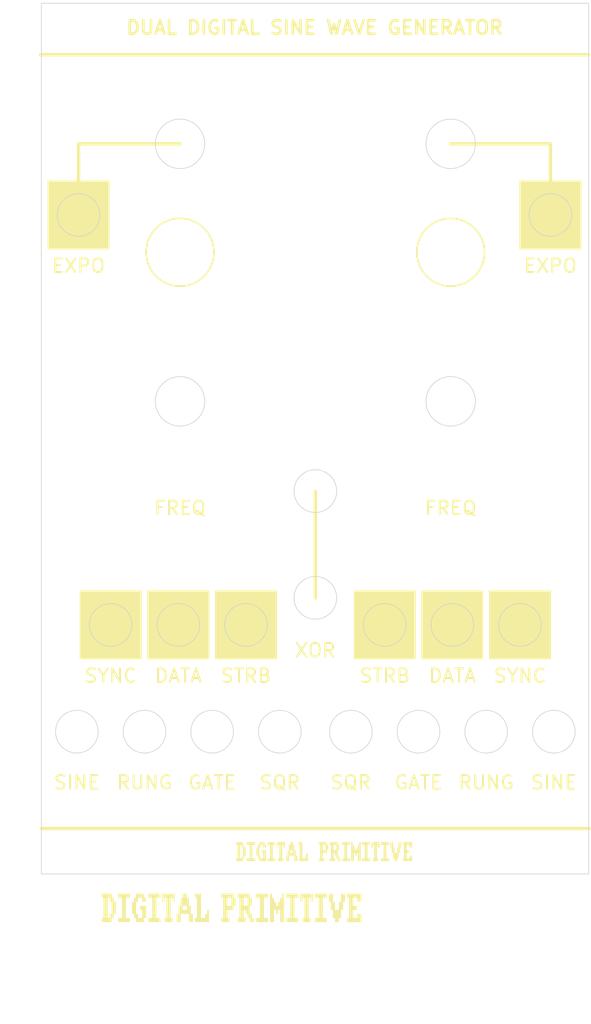
<source format=kicad_pcb>
(kicad_pcb (version 20211014) (generator pcbnew)
  (layers (0 "F.Cu" signal) (31 "B.Cu" signal) (34 "B.Paste" user) (35 "F.Paste" user) (36 "B.SilkS" user "B.Silkscreen") (37 "F.SilkS" user "F.Silkscreen") (38 "B.Mask" user) (39 "F.Mask" user) (44 "Edge.Cuts" user))
  (net 0 "")
  (footprint "MountingHole:MountingHole_3.2mm_M3" (layer "F.Cu") (at 5.08 125.5)
    (fp_text reference "REF**" hide)
    (fp_text value "MountingHole_3.2mm_M3" hide)
    (pad "" np_thru_hole oval locked (at 0 0) (size 7 3.2) (drill oval 7 3.2) (layers F&B.Cu *.Mask))
  )
  (footprint "MountingHole:MountingHole_3.2mm_M3" (layer "F.Cu") (at 75.82 125.5)
    (fp_text reference "REF**" hide)
    (fp_text value "MountingHole_3.2mm_M3" hide)
    (pad "" np_thru_hole oval locked (at 0 0) (size 7 3.2) (drill oval 7 3.2) (layers F&B.Cu *.Mask))
  )
  (footprint "MountingHole:MountingHole_3.2mm_M3" (layer "F.Cu") (at 75.82 3)
    (fp_text reference "REF**" hide)
    (fp_text value "MountingHole_3.2mm_M3" hide)
    (pad "" np_thru_hole oval locked (at 0 0) (size 7 3.2) (drill oval 7 3.2) (layers F&B.Cu *.Mask))
  )
  (footprint "MountingHole:MountingHole_3.2mm_M3" (layer "F.Cu") (at 5.08 3)
    (fp_text reference "REF**" hide)
    (fp_text value "MountingHole_3.2mm_M3" hide)
    (pad "" np_thru_hole oval locked (at 0 0) (size 7 3.2) (drill oval 7 3.2) (layers F&B.Cu *.Mask))
  )
  (gr_rect (start 34.8 123.8) (end 35 124.2) (layer "F.SilkS") (width 0.01) (fill solid))
  (gr_rect (start 26.6 135) (end 26.9 135.6) (layer "F.SilkS") (width 0.01) (fill solid))
  (gr_rect (start 30.8 125.8) (end 31 126.2) (layer "F.SilkS") (width 0.01) (fill solid))
  (gr_rect (start 38.9 135) (end 39.2 135.6) (layer "F.SilkS") (width 0.01) (fill solid))
  (gr_rect (start 36.8 132) (end 37.1 132.6) (layer "F.SilkS") (width 0.01) (fill solid))
  (gr_rect (start 18.8 132.6) (end 19.1 133.2) (layer "F.SilkS") (width 0.01) (fill solid))
  (gr_rect (start 29.3 133.2) (end 29.6 133.8) (layer "F.SilkS") (width 0.01) (fill solid))
  (gr_rect (start 12.2 134.4) (end 12.5 135) (layer "F.SilkS") (width 0.01) (fill solid))
  (gr_rect (start 18.5 132.6) (end 18.8 133.2) (layer "F.SilkS") (width 0.01) (fill solid))
  (gr_rect (start 28.1 133.2) (end 28.4 133.8) (layer "F.SilkS") (width 0.01) (fill solid))
  (gr_rect (start 26.9 132) (end 27.2 132.6) (layer "F.SilkS") (width 0.01) (fill solid))
  (gr_rect (start 5.75 86.75) (end 14.75 96.75) (layer "F.SilkS") (width 0.15) (fill solid))
  (gr_rect (start 45.2 123.8) (end 45.4 124.2) (layer "F.SilkS") (width 0.01) (fill solid))
  (gr_rect (start 16.4 133.8) (end 16.7 134.4) (layer "F.SilkS") (width 0.01) (fill solid))
  (gr_rect (start 33.8 133.8) (end 34.1 134.4) (layer "F.SilkS") (width 0.01) (fill solid))
  (gr_rect (start 31.8 125.4) (end 32 125.8) (layer "F.SilkS") (width 0.01) (fill solid))
  (gr_rect (start 47 123.8) (end 47.2 124.2) (layer "F.SilkS") (width 0.01) (fill solid))
  (gr_rect (start 44.4 123.8) (end 44.6 124.2) (layer "F.SilkS") (width 0.01) (fill solid))
  (gr_rect (start 47.8 126.2) (end 48 126.6) (layer "F.SilkS") (width 0.01) (fill solid))
  (gr_rect (start 35.6 134.4) (end 35.9 135) (layer "F.SilkS") (width 0.01) (fill solid))
  (gr_rect (start 23 132) (end 23.3 132.6) (layer "F.SilkS") (width 0.01) (fill solid))
  (gr_rect (start 43.2 123.8) (end 43.4 124.2) (layer "F.SilkS") (width 0.01) (fill solid))
  (gr_rect (start 8.9 131.4) (end 9.2 132) (layer "F.SilkS") (width 0.01) (fill solid))
  (gr_rect (start 45.5 131.4) (end 45.8 132) (layer "F.SilkS") (width 0.01) (fill solid))
  (gr_rect (start 47 125.4) (end 47.2 125.8) (layer "F.SilkS") (width 0.01) (fill solid))
  (gr_rect (start 31.4 126.2) (end 31.6 126.6) (layer "F.SilkS") (width 0.01) (fill solid))
  (gr_rect (start 29.9 135) (end 30.2 135.6) (layer "F.SilkS") (width 0.01) (fill solid))
  (gr_rect (start 29.3 134.4) (end 29.6 135) (layer "F.SilkS") (width 0.01) (fill solid))
  (gr_rect (start 29.8 125.8) (end 30 126.2) (layer "F.SilkS") (width 0.01) (fill solid))
  (gr_rect (start 46.7 134.4) (end 47 135) (layer "F.SilkS") (width 0.01) (fill solid))
  (gr_rect (start 34.2 123.8) (end 34.4 124.2) (layer "F.SilkS") (width 0.01) (fill solid))
  (gr_rect (start 48 124.2) (end 48.2 124.6) (layer "F.SilkS") (width 0.01) (fill solid))
  (gr_rect (start 14.9 132) (end 15.2 132.6) (layer "F.SilkS") (width 0.01) (fill solid))
  (gr_rect (start 51 126.2) (end 51.2 126.6) (layer "F.SilkS") (width 0.01) (fill solid))
  (gr_rect (start 35.2 125) (end 35.4 125.4) (layer "F.SilkS") (width 0.01) (fill solid))
  (gr_rect (start 49.2 125.4) (end 49.4 125.8) (layer "F.SilkS") (width 0.01) (fill solid))
  (gr_rect (start 30.2 133.2) (end 30.5 133.8) (layer "F.SilkS") (width 0.01) (fill solid))
  (gr_rect (start 44.6 123.8) (end 44.8 124.2) (layer "F.SilkS") (width 0.01) (fill solid))
  (gr_rect (start 22.7 135) (end 23 135.6) (layer "F.SilkS") (width 0.01) (fill solid))
  (gr_rect (start 35.8 124.2) (end 36 124.6) (layer "F.SilkS") (width 0.01) (fill solid))
  (gr_rect (start 20.6 133.2) (end 20.9 133.8) (layer "F.SilkS") (width 0.01) (fill solid))
  (gr_rect (start 32 125.8) (end 32.2 126.2) (layer "F.SilkS") (width 0.01) (fill solid))
  (gr_rect (start 11.9 133.2) (end 12.2 133.8) (layer "F.SilkS") (width 0.01) (fill solid))
  (gr_circle (center 60.5 36.75) (end 65.5 36.75) (layer "F.SilkS") (width 0.25) (fill none))
  (gr_rect (start 42.8 125) (end 43 125.4) (layer "F.SilkS") (width 0.01) (fill solid))
  (gr_rect (start 10.4 134.4) (end 10.7 135) (layer "F.SilkS") (width 0.01) (fill solid))
  (gr_rect (start 28.4 132.6) (end 28.7 133.2) (layer "F.SilkS") (width 0.01) (fill solid))
  (gr_rect (start 24.5 133.8) (end 24.8 134.4) (layer "F.SilkS") (width 0.01) (fill solid))
  (gr_rect (start 45 125) (end 45.2 125.4) (layer "F.SilkS") (width 0.01) (fill solid))
  (gr_rect (start 41.4 124.2) (end 41.6 124.6) (layer "F.SilkS") (width 0.01) (fill solid))
  (gr_rect (start 42.8 124.2) (end 43 124.6) (layer "F.SilkS") (width 0.01) (fill solid))
  (gr_rect (start 29.6 134.4) (end 29.9 135) (layer "F.SilkS") (width 0.01) (fill solid))
  (gr_rect (start 38.2 125.8) (end 38.4 126.2) (layer "F.SilkS") (width 0.01) (fill solid))
  (gr_rect (start 37.4 126.2) (end 37.6 126.6) (layer "F.SilkS") (width 0.01) (fill solid))
  (gr_rect (start 35.6 133.8) (end 35.9 134.4) (layer "F.SilkS") (width 0.01) (fill solid))
  (gr_rect (start 30 125) (end 30.2 125.4) (layer "F.SilkS") (width 0.01) (fill solid))
  (gr_rect (start 54.6 123.8) (end 54.8 124.2) (layer "F.SilkS") (width 0.01) (fill solid))
  (gr_rect (start 23.3 133.8) (end 23.6 134.4) (layer "F.SilkS") (width 0.01) (fill solid))
  (gr_rect (start 47 135) (end 47.3 135.6) (layer "F.SilkS") (width 0.01) (fill solid))
  (gr_rect (start 16.1 135) (end 16.4 135.6) (layer "F.SilkS") (width 0.01) (fill solid))
  (gr_rect (start 41 126.2) (end 41.2 126.6) (layer "F.SilkS") (width 0.01) (fill solid))
  (gr_rect (start 23.6 135) (end 23.9 135.6) (layer "F.SilkS") (width 0.01) (fill solid))
  (gr_rect (start 43 125.4) (end 43.2 125.8) (layer "F.SilkS") (width 0.01) (fill solid))
  (gr_rect (start 27.2 133.2) (end 27.5 133.8) (layer "F.SilkS") (width 0.01) (fill solid))
  (gr_rect (start 46 125) (end 46.2 125.4) (layer "F.SilkS") (width 0.01) (fill solid))
  (gr_rect (start 34 126.2) (end 34.2 126.6) (layer "F.SilkS") (width 0.01) (fill solid))
  (gr_rect (start 49.2 126.2) (end 49.4 126.6) (layer "F.SilkS") (width 0.01) (fill solid))
  (gr_rect (start 41.6 123.8) (end 41.8 124.2) (layer "F.SilkS") (width 0.01) (fill solid))
  (gr_rect (start 43.4 134.4) (end 43.7 135) (layer "F.SilkS") (width 0.01) (fill solid))
  (gr_rect (start 54.4 126.2) (end 54.6 126.6) (layer "F.SilkS") (width 0.01) (fill solid))
  (gr_rect (start 16.4 132) (end 16.7 132.6) (layer "F.SilkS") (width 0.01) (fill solid))
  (gr_rect (start 13.4 133.2) (end 13.7 133.8) (layer "F.SilkS") (width 0.01) (fill solid))
  (gr_rect (start 29.6 124.2) (end 29.8 124.6) (layer "F.SilkS") (width 0.01) (fill solid))
  (gr_rect (start 39.2 125.4) (end 39.4 125.8) (layer "F.SilkS") (width 0.01) (fill solid))
  (gr_rect (start 20.6 133.8) (end 20.9 134.4) (layer "F.SilkS") (width 0.01) (fill solid))
  (gr_rect (start 30.5 131.4) (end 30.8 132) (layer "F.SilkS") (width 0.01) (fill solid))
  (gr_rect (start 39.5 135) (end 39.8 135.6) (layer "F.SilkS") (width 0.01) (fill solid))
  (gr_rect (start 33.8 123.8) (end 34 124.2) (layer "F.SilkS") (width 0.01) (fill solid))
  (gr_line (start 0 121.8) (end 81 121.8) (layer "F.SilkS") (width 0.5))
  (gr_rect (start 45.5 132.6) (end 45.8 133.2) (layer "F.SilkS") (width 0.01) (fill solid))
  (gr_rect (start 25.75 86.75) (end 34.75 96.75) (layer "F.SilkS") (width 0.15) (fill solid))
  (gr_rect (start 28.1 131.4) (end 28.4 132) (layer "F.SilkS") (width 0.01) (fill solid))
  (gr_rect (start 18.5 135) (end 18.8 135.6) (layer "F.SilkS") (width 0.01) (fill solid))
  (gr_rect (start 47 124.2) (end 47.2 124.6) (layer "F.SilkS") (width 0.01) (fill solid))
  (gr_rect (start 45 126.2) (end 45.2 126.6) (layer "F.SilkS") (width 0.01) (fill solid))
  (gr_rect (start 43.1 133.8) (end 43.4 134.4) (layer "F.SilkS") (width 0.01) (fill solid))
  (gr_rect (start 46.7 132) (end 47 132.6) (layer "F.SilkS") (width 0.01) (fill solid))
  (gr_rect (start 35.2 125.4) (end 35.4 125.8) (layer "F.SilkS") (width 0.01) (fill solid))
  (gr_rect (start 54 125) (end 54.2 125.4) (layer "F.SilkS") (width 0.01) (fill solid))
  (gr_rect (start 42.8 133.2) (end 43.1 133.8) (layer "F.SilkS") (width 0.01) (fill solid))
  (gr_rect (start 11.9 134.4) (end 12.2 135) (layer "F.SilkS") (width 0.01) (fill solid))
  (gr_rect (start 17.9 132) (end 18.2 132.6) (layer "F.SilkS") (width 0.01) (fill solid))
  (gr_rect (start 53 124.2) (end 53.2 124.6) (layer "F.SilkS") (width 0.01) (fill solid))
  (gr_rect (start 44.3 131.4) (end 44.6 132) (layer "F.SilkS") (width 0.01) (fill solid))
  (gr_rect (start 52.4 125.8) (end 52.6 126.2) (layer "F.SilkS") (width 0.01) (fill solid))
  (gr_rect (start 38.2 125) (end 38.4 125.4) (layer "F.SilkS") (width 0.01) (fill solid))
  (gr_rect (start 51 123.8) (end 51.2 124.2) (layer "F.SilkS") (width 0.01) (fill solid))
  (gr_rect (start 31 124.2) (end 31.2 124.6) (layer "F.SilkS") (width 0.01) (fill solid))
  (gr_rect (start 14 132) (end 14.3 132.6) (layer "F.SilkS") (width 0.01) (fill solid))
  (gr_rect (start 36.2 131.4) (end 36.5 132) (layer "F.SilkS") (width 0.01) (fill solid))
  (gr_rect (start 14.3 131.4) (end 14.6 132) (layer "F.SilkS") (width 0.01) (fill solid))
  (gr_rect (start 32.2 124.2) (end 32.4 124.6) (layer "F.SilkS") (width 0.01) (fill solid))
  (gr_rect (start 50.6 125.4) (end 50.8 125.8) (layer "F.SilkS") (width 0.01) (fill solid))
  (gr_rect (start 41.3 133.8) (end 41.6 134.4) (layer "F.SilkS") (width 0.01) (fill solid))
  (gr_rect (start 37.1 133.2) (end 37.4 133.8) (layer "F.SilkS") (width 0.01) (fill solid))
  (gr_rect (start 48.4 126.2) (end 48.6 126.6) (layer "F.SilkS") (width 0.01) (fill solid))
  (gr_rect (start 54.6 124.2) (end 54.8 124.6) (layer "F.SilkS") (width 0.01) (fill solid))
  (gr_rect (start 21.2 132.6) (end 21.5 133.2) (layer "F.SilkS") (width 0.01) (fill solid))
  (gr_rect (start 47.8 123.8) (end 48 124.2) (layer "F.SilkS") (width 0.01) (fill solid))
  (gr_rect (start 23 133.8) (end 23.3 134.4) (layer "F.SilkS") (width 0.01) (fill solid))
  (gr_rect (start 43 125) (end 43.2 125.4) (layer "F.SilkS") (width 0.01) (fill solid))
  (gr_rect (start 53.8 123.8) (end 54 124.2) (layer "F.SilkS") (width 0.01) (fill solid))
  (gr_rect (start 28.4 132) (end 28.7 132.6) (layer "F.SilkS") (width 0.01) (fill solid))
  (gr_rect (start 53.6 124.6) (end 53.8 125) (layer "F.SilkS") (width 0.01) (fill solid))
  (gr_rect (start 29.9 133.2) (end 30.2 133.8) (layer "F.SilkS") (width 0.01) (fill solid))
  (gr_rect (start 17.3 135) (end 17.6 135.6) (layer "F.SilkS") (width 0.01) (fill solid))
  (gr_rect (start 33.8 125) (end 34 125.4) (layer "F.SilkS") (width 0.01) (fill solid))
  (gr_rect (start 34.1 133.2) (end 34.4 133.8) (layer "F.SilkS") (width 0.01) (fill solid))
  (gr_rect (start 20 134.4) (end 20.3 135) (layer "F.SilkS") (width 0.01) (fill solid))
  (gr_rect (start 45.8 132.6) (end 46.1 133.2) (layer "F.SilkS") (width 0.01) (fill solid))
  (gr_rect (start 45.4 126.2) (end 45.6 126.6) (layer "F.SilkS") (width 0.01) (fill solid))
  (gr_rect (start 53.6 126.2) (end 53.8 126.6) (layer "F.SilkS") (width 0.01) (fill solid))
  (gr_rect (start 31 125.4) (end 31.2 125.8) (layer "F.SilkS") (width 0.01) (fill solid))
  (gr_rect (start 49.4 125.8) (end 49.6 126.2) (layer "F.SilkS") (width 0.01) (fill solid))
  (gr_rect (start 52 125.4) (end 52.2 125.8) (layer "F.SilkS") (width 0.01) (fill solid))
  (gr_rect (start 13.7 134.4) (end 14 135) (layer "F.SilkS") (width 0.01) (fill solid))
  (gr_rect (start 41.4 125.8) (end 41.6 126.2) (layer "F.SilkS") (width 0.01) (fill solid))
  (gr_rect (start 41.4 126.2) (end 41.6 126.6) (layer "F.SilkS") (width 0.01) (fill solid))
  (gr_rect (start 52.8 123.8) (end 53 124.2) (layer "F.SilkS") (width 0.01) (fill solid))
  (gr_rect (start 44 134.4) (end 44.3 135) (layer "F.SilkS") (width 0.01) (fill solid))
  (gr_rect (start 49.6 126.2) (end 49.8 126.6) (layer "F.SilkS") (width 0.01) (fill solid))
  (gr_rect (start 26.9 133.8) (end 27.2 134.4) (layer "F.SilkS") (width 0.01) (fill solid))
  (gr_rect (start 32.8 124.2) (end 33 124.6) (layer "F.SilkS") (width 0.01) (fill solid))
  (gr_rect (start 36.6 124.6) (end 36.8 125) (layer "F.SilkS") (width 0.01) (fill solid))
  (gr_rect (start 48.8 123.8) (end 49 124.2) (layer "F.SilkS") (width 0.01) (fill solid))
  (gr_rect (start 41.6 135) (end 41.9 135.6) (layer "F.SilkS") (width 0.01) (fill solid))
  (gr_rect (start 28.1 132) (end 28.4 132.6) (layer "F.SilkS") (width 0.01) (fill solid))
  (gr_rect (start 18.8 133.2) (end 19.1 133.8) (layer "F.SilkS") (width 0.01) (fill solid))
  (gr_rect (start 33 125) (end 33.2 125.4) (layer "F.SilkS") (width 0.01) (fill solid))
  (gr_rect (start 46.25 86.75) (end 55.25 96.75) (layer "F.SilkS") (width 0.15) (fill solid))
  (gr_rect (start 47.8 125.4) (end 48 125.8) (layer "F.SilkS") (width 0.01) (fill solid))
  (gr_rect (start 52.4 125.4) (end 52.6 125.8) (layer "F.SilkS") (width 0.01) (fill solid))
  (gr_rect (start 35.4 125.4) (end 35.6 125.8) (layer "F.SilkS") (width 0.01) (fill solid))
  (gr_rect (start 19.1 131.4) (end 19.4 132) (layer "F.SilkS") (width 0.01) (fill solid))
  (gr_rect (start 39.8 131.4) (end 40.1 132) (layer "F.SilkS") (width 0.01) (fill solid))
  (gr_rect (start 9.8 135) (end 10.1 135.6) (layer "F.SilkS") (width 0.01) (fill solid))
  (gr_rect (start 34.1 133.8) (end 34.4 134.4) (layer "F.SilkS") (width 0.01) (fill solid))
  (gr_rect (start 45.2 126.2) (end 45.4 126.6) (layer "F.SilkS") (width 0.01) (fill solid))
  (gr_rect (start 29.6 123.8) (end 29.8 124.2) (layer "F.SilkS") (width 0.01) (fill solid))
  (gr_rect (start 35.3 133.8) (end 35.6 134.4) (layer "F.SilkS") (width 0.01) (fill solid))
  (gr_rect (start 34.8 124.2) (end 35 124.6) (layer "F.SilkS") (width 0.01) (fill solid))
  (gr_rect (start 38.4 123.8) (end 38.6 124.2) (layer "F.SilkS") (width 0.01) (fill solid))
  (gr_rect (start 32.6 132) (end 32.9 132.6) (layer "F.SilkS") (width 0.01) (fill solid))
  (gr_rect (start 35.6 126.2) (end 35.8 126.6) (layer "F.SilkS") (width 0.01) (fill solid))
  (gr_rect (start 20.6 132.6) (end 20.9 133.2) (layer "F.SilkS") (width 0.01) (fill solid))
  (gr_rect (start 9.5 133.2) (end 9.8 133.8) (layer "F.SilkS") (width 0.01) (fill solid))
  (gr_rect (start 14.3 135) (end 14.6 135.6) (layer "F.SilkS") (width 0.01) (fill solid))
  (gr_rect (start 21.5 133.8) (end 21.8 134.4) (layer "F.SilkS") (width 0.01) (fill solid))
  (gr_rect (start 48 124.6) (end 48.2 125) (layer "F.SilkS") (width 0.01) (fill solid))
  (gr_rect (start 52.8 125) (end 53 125.4) (layer "F.SilkS") (width 0.01) (fill solid))
  (gr_rect (start 34.4 132.6) (end 34.7 133.2) (layer "F.SilkS") (width 0.01) (fill solid))
  (gr_rect (start 45.5 133.8) (end 45.8 134.4) (layer "F.SilkS") (width 0.01) (fill solid))
  (gr_rect (start 24.5 134.4) (end 24.8 135) (layer "F.SilkS") (width 0.01) (fill solid))
  (gr_rect (start 14.9 133.8) (end 15.2 134.4) (layer "F.SilkS") (width 0.01) (fill solid))
  (gr_rect (start 14.9 134.4) (end 15.2 135) (layer "F.SilkS") (width 0.01) (fill solid))
  (gr_rect (start 37.1 134.4) (end 37.4 135) (layer "F.SilkS") (width 0.01) (fill solid))
  (gr_rect (start 48 125) (end 48.2 125.4) (layer "F.SilkS") (width 0.01) (fill solid))
  (gr_rect (start 16.4 133.2) (end 16.7 133.8) (layer "F.SilkS") (width 0.01) (fill solid))
  (gr_rect (start 15.2 132) (end 15.5 132.6) (layer "F.SilkS") (width 0.01) (fill solid))
  (gr_rect (start 11.3 131.4) (end 11.6 132) (layer "F.SilkS") (width 0.01) (fill solid))
  (gr_rect (start 39.2 131.4) (end 39.5 132) (layer "F.SilkS") (width 0.01) (fill solid))
  (gr_rect (start 12.2 132) (end 12.5 132.6) (layer "F.SilkS") (width 0.01) (fill solid))
  (gr_rect (start 50.6 124.2) (end 50.8 124.6) (layer "F.SilkS") (width 0.01) (fill solid))
  (gr_rect (start 41 133.2) (end 41.3 133.8) (layer "F.SilkS") (width 0.01) (fill solid))
  (gr_rect (start 49.2 125.8) (end 49.4 126.2) (layer "F.SilkS") (width 0.01) (fill solid))
  (gr_rect (start 1 26.25) (end 10 36.25) (layer "F.SilkS") (width 0.15) (fill solid))
  (gr_rect (start 45.8 131.4) (end 46.1 132) (layer "F.SilkS") (width 0.01) (fill solid))
  (gr_rect (start 38.9 133.2) (end 39.2 133.8) (layer "F.SilkS") (width 0.01) (fill solid))
  (gr_rect (start 12.2 132.6) (end 12.5 133.2) (layer "F.SilkS") (width 0.01) (fill solid))
  (gr_rect (start 32 135) (end 32.3 135.6) (layer "F.SilkS") (width 0.01) (fill solid))
  (gr_rect (start 32 131.4) (end 32.3 132) (layer "F.SilkS") (width 0.01) (fill solid))
  (gr_rect (start 66.25 86.75) (end 75.25 96.75) (layer "F.SilkS") (width 0.15) (fill solid))
  (gr_rect (start 46.4 125) (end 46.6 125.4) (layer "F.SilkS") (width 0.01) (fill solid))
  (gr_rect (start 45 124.2) (end 45.2 124.6) (layer "F.SilkS") (width 0.01) (fill solid))
  (gr_rect (start 36.6 125) (end 36.8 125.4) (layer "F.SilkS") (width 0.01) (fill solid))
  (gr_rect (start 34 125.4) (end 34.2 125.8) (layer "F.SilkS") (width 0.01) (fill solid))
  (gr_rect (start 32.2 125.8) (end 32.4 126.2) (layer "F.SilkS") (width 0.01) (fill solid))
  (gr_rect (start 45.8 125.8) (end 46 126.2) (layer "F.SilkS") (width 0.01) (fill solid))
  (gr_rect (start 20.6 132) (end 20.9 132.6) (layer "F.SilkS") (width 0.01) (fill solid))
  (gr_rect (start 41.9 131.4) (end 42.2 132) (layer "F.SilkS") (width 0.01) (fill solid))
  (gr_rect (start 49.4 125) (end 49.6 125.4) (layer "F.SilkS") (width 0.01) (fill solid))
  (gr_rect (start 49 123.8) (end 49.2 124.2) (layer "F.SilkS") (width 0.01) (fill solid))
  (gr_rect (start 16.7 135) (end 17 135.6) (layer "F.SilkS") (width 0.01) (fill solid))
  (gr_rect (start 41.3 131.4) (end 41.6 132) (layer "F.SilkS") (width 0.01) (fill solid))
  (gr_rect (start 32.9 135) (end 33.2 135.6) (layer "F.SilkS") (width 0.01) (fill solid))
  (gr_rect (start 18.5 131.4) (end 18.8 132) (layer "F.SilkS") (width 0.01) (fill solid))
  (gr_rect (start 23 132.6) (end 23.3 133.2) (layer "F.SilkS") (width 0.01) (fill solid))
  (gr_rect (start 41.6 131.4) (end 41.9 132) (layer "F.SilkS") (width 0.01) (fill solid))
  (gr_rect (start 45 125.8) (end 45.2 126.2) (layer "F.SilkS") (width 0.01) (fill solid))
  (gr_rect (start 36.2 125.8) (end 36.4 126.2) (layer "F.SilkS") (width 0.01) (fill solid))
  (gr_rect (start 36.8 124.2) (end 37 124.6) (layer "F.SilkS") (width 0.01) (fill solid))
  (gr_rect (start 35.6 131.4) (end 35.9 132) (layer "F.SilkS") (width 0.01) (fill solid))
  (gr_rect (start 35.4 126.2) (end 35.6 126.6) (layer "F.SilkS") (width 0.01) (fill solid))
  (gr_rect (start 21.5 132) (end 21.8 132.6) (layer "F.SilkS") (width 0.01) (fill solid))
  (gr_rect (start 32.6 131.4) (end 32.9 132) (layer "F.SilkS") (width 0.01) (fill solid))
  (gr_rect (start 48 125.4) (end 48.2 125.8) (layer "F.SilkS") (width 0.01) (fill solid))
  (gr_rect (start 30.4 126.2) (end 30.6 126.6) (layer "F.SilkS") (width 0.01) (fill solid))
  (gr_rect (start 53.6 125.8) (end 53.8 126.2) (layer "F.SilkS") (width 0.01) (fill solid))
  (gr_rect (start 41.2 125) (end 41.4 125.4) (layer "F.SilkS") (width 0.01) (fill solid))
  (gr_rect (start 38.9 131.4) (end 39.2 132) (layer "F.SilkS") (width 0.01) (fill solid))
  (gr_rect (start 42.5 131.4) (end 42.8 132) (layer "F.SilkS") (width 0.01) (fill solid))
  (gr_rect (start 29.6 131.4) (end 29.9 132) (layer "F.SilkS") (width 0.01) (fill solid))
  (gr_rect (start 12.5 135) (end 12.8 135.6) (layer "F.SilkS") (width 0.01) (fill solid))
  (gr_rect (start 43.4 123.8) (end 43.6 124.2) (layer "F.SilkS") (width 0.01) (fill solid))
  (gr_rect (start 35.4 124.6) (end 35.6 125) (layer "F.SilkS") (width 0.01) (fill solid))
  (gr_rect (start 29.2 124.2) (end 29.4 124.6) (layer "F.SilkS") (width 0.01) (fill solid))
  (gr_rect (start 13.7 132.6) (end 14 133.2) (layer "F.SilkS") (width 0.01) (fill solid))
  (gr_rect (start 38.6 135) (end 38.9 135.6) (layer "F.SilkS") (width 0.01) (fill solid))
  (gr_rect (start 33.8 126.2) (end 34 126.6) (layer "F.SilkS") (width 0.01) (fill solid))
  (gr_rect (start 36.2 135) (end 36.5 135.6) (layer "F.SilkS") (width 0.01) (fill solid))
  (gr_rect (start 11.9 135) (end 12.2 135.6) (layer "F.SilkS") (width 0.01) (fill solid))
  (gr_rect (start 16.7 132.6) (end 17 133.2) (layer "F.SilkS") (width 0.01) (fill solid))
  (gr_rect (start 29 124.2) (end 29.2 124.6) (layer "F.SilkS") (width 0.01) (fill solid))
  (gr_rect (start 19.4 132) (end 19.7 132.6) (layer "F.SilkS") (width 0.01) (fill solid))
  (gr_rect (start 45.5 132) (end 45.8 132.6) (layer "F.SilkS") (width 0.01) (fill solid))
  (gr_rect (start 31.7 131.4) (end 32 132) (layer "F.SilkS") (width 0.01) (fill solid))
  (gr_rect (start 54.6 126.2) (end 54.8 126.6) (layer "F.SilkS") (width 0.01) (fill solid))
  (gr_rect (start 33.6 123.8) (end 33.8 124.2) (layer "F.SilkS") (width 0.01) (fill solid))
  (gr_rect (start 29.6 132) (end 29.9 132.6) (layer "F.SilkS") (width 0.01) (fill solid))
  (gr_rect (start 44 133.2) (end 44.3 133.8) (layer "F.SilkS") (width 0.01) (fill solid))
  (gr_rect (start 31.7 135) (end 32 135.6) (layer "F.SilkS") (width 0.01) (fill solid))
  (gr_rect (start 9.2 134.4) (end 9.5 135) (layer "F.SilkS") (width 0.01) (fill solid))
  (gr_rect (start 45.8 135) (end 46.1 135.6) (layer "F.SilkS") (width 0.01) (fill solid))
  (gr_rect (start 37 124.6) (end 37.2 125) (layer "F.SilkS") (width 0.01) (fill solid))
  (gr_rect (start 46.2 124.6) (end 46.4 125) (layer "F.SilkS") (width 0.01) (fill solid))
  (gr_rect (start 29.6 133.8) (end 29.9 134.4) (layer "F.SilkS") (width 0.01) (fill solid))
  (gr_rect (start 50.2 123.8) (end 50.4 124.2) (layer "F.SilkS") (width 0.01) (fill solid))
  (gr_rect (start 44.8 123.8) (end 45 124.2) (layer "F.SilkS") (width 0.01) (fill solid))
  (gr_rect (start 47 124.6) (end 47.2 125) (layer "F.SilkS") (width 0.01) (fill solid))
  (gr_rect (start 32.2 126.2) (end 32.4 126.6) (layer "F.SilkS") (width 0.01) (fill solid))
  (gr_rect (start 49.6 123.8) (end 49.8 124.2) (layer "F.SilkS") (width 0.01) (fill solid))
  (gr_rect (start 39.2 134.4) (end 39.5 135) (layer "F.SilkS") (width 0.01) (fill solid))
  (gr_rect (start 33.4 126.2) (end 33.6 126.6) (layer "F.SilkS") (width 0.01) (fill solid))
  (gr_rect (start 38.4 125.4) (end 38.6 125.8) (layer "F.SilkS") (width 0.01) (fill solid))
  (gr_rect (start 42.8 131.4) (end 43.1 132) (layer "F.SilkS") (width 0.01) (fill solid))
  (gr_rect (start 35.6 135) (end 35.9 135.6) (layer "F.SilkS") (width 0.01) (fill solid))
  (gr_rect (start 16.7 134.4) (end 17 135) (layer "F.SilkS") (width 0.01) (fill solid))
  (gr_rect (start 54.2 123.8) (end 54.4 124.2) (layer "F.SilkS") (width 0.01) (fill solid))
  (gr_rect (start 47 125.8) (end 47.2 126.2) (layer "F.SilkS") (width 0.01) (fill solid))
  (gr_rect (start 47 134.4) (end 47.3 135) (layer "F.SilkS") (width 0.01) (fill solid))
  (gr_rect (start 46.8 124.6) (end 47 125) (layer "F.SilkS") (width 0.01) (fill solid))
  (gr_rect (start 38.9 133.8) (end 39.2 134.4) (layer "F.SilkS") (width 0.01) (fill solid))
  (gr_rect (start 32.3 131.4) (end 32.6 132) (layer "F.SilkS") (width 0.01) (fill solid))
  (gr_rect (start 29 125.8) (end 29.2 126.2) (layer "F.SilkS") (width 0.01) (fill solid))
  (gr_rect (start 50.4 126.2) (end 50.6 126.6) (layer "F.SilkS") (width 0.01) (fill solid))
  (gr_rect (start 20 135) (end 20.3 135.6) (layer "F.SilkS") (width 0.01) (fill solid))
  (gr_line (start 5.5 26.25) (end 5.5 20.75) (layer "F.SilkS") (width 0.5))
  (gr_rect (start 32.3 134.4) (end 32.6 135) (layer "F.SilkS") (width 0.01) (fill solid))
  (gr_rect (start 49.8 123.8) (end 50 124.2) (layer "F.SilkS") (width 0.01) (fill solid))
  (gr_rect (start 23.3 133.2) (end 23.6 133.8) (layer "F.SilkS") (width 0.01) (fill solid))
  (gr_rect (start 54.6 125.8) (end 54.8 126.2) (layer "F.SilkS") (width 0.01) (fill solid))
  (gr_rect (start 23.3 132) (end 23.6 132.6) (layer "F.SilkS") (width 0.01) (fill solid))
  (gr_rect (start 42 123.8) (end 42.2 124.2) (layer "F.SilkS") (width 0.01) (fill solid))
  (gr_rect (start 18.2 131.4) (end 18.5 132) (layer "F.SilkS") (width 0.01) (fill solid))
  (gr_rect (start 21.8 133.8) (end 22.1 134.4) (layer "F.SilkS") (width 0.01) (fill solid))
  (gr_rect (start 46.8 125.4) (end 47 125.8) (layer "F.SilkS") (width 0.01) (fill solid))
  (gr_rect (start 20.3 133.2) (end 20.6 133.8) (layer "F.SilkS") (width 0.01) (fill solid))
  (gr_rect (start 32.6 126.2) (end 32.8 126.6) (layer "F.SilkS") (width 0.01) (fill solid))
  (gr_rect (start 41 123.8) (end 41.2 124.2) (layer "F.SilkS") (width 0.01) (fill solid))
  (gr_rect (start 40.7 135) (end 41 135.6) (layer "F.SilkS") (width 0.01) (fill solid))
  (gr_rect (start 31.8 125) (end 32 125.4) (layer "F.SilkS") (width 0.01) (fill solid))
  (gr_rect (start 46.8 125.8) (end 47 126.2) (layer "F.SilkS") (width 0.01) (fill solid))
  (gr_rect (start 30.8 125.4) (end 31 125.8) (layer "F.SilkS") (width 0.01) (fill solid))
  (gr_rect (start 22.7 131.4) (end 23 132) (layer "F.SilkS") (width 0.01) (fill solid))
  (gr_rect (start 53.8 124.6) (end 54 125) (layer "F.SilkS") (width 0.01) (fill solid))
  (gr_rect (start 41.6 125) (end 41.8 125.4) (layer "F.SilkS") (width 0.01) (fill solid))
  (gr_rect (start 49.4 125.4) (end 49.6 125.8) (layer "F.SilkS") (width 0.01) (fill solid))
  (gr_rect (start 33.8 124.2) (end 34 124.6) (layer "F.SilkS") (width 0.01) (fill solid))
  (gr_rect (start 21.2 131.4) (end 21.5 132) (layer "F.SilkS") (width 0.01) (fill solid))
  (gr_rect (start 45.5 134.4) (end 45.8 135) (layer "F.SilkS") (width 0.01) (fill solid))
  (gr_rect (start 41.4 124.6) (end 41.6 125) (layer "F.SilkS") (width 0.01) (fill solid))
  (gr_rect (start 41.4 123.8) (end 41.6 124.2) (layer "F.SilkS") (width 0.01) (fill solid))
  (gr_rect (start 52.8 124.2) (end 53 124.6) (layer "F.SilkS") (width 0.01) (fill solid))
  (gr_rect (start 41 131.4) (end 41.3 132) (layer "F.SilkS") (width 0.01) (fill solid))
  (gr_rect (start 27.8 133.2) (end 28.1 133.8) (layer "F.SilkS") (width 0.01) (fill solid))
  (gr_rect (start 35.3 135) (end 35.6 135.6) (layer "F.SilkS") (width 0.01) (fill solid))
  (gr_rect (start 34.4 133.2) (end 34.7 133.8) (layer "F.SilkS") (width 0.01) (fill solid))
  (gr_rect (start 9.5 132) (end 9.8 132.6) (layer "F.SilkS") (width 0.01) (fill solid))
  (gr_rect (start 36.8 135) (end 37.1 135.6) (layer "F.SilkS") (width 0.01) (fill solid))
  (gr_rect (start 30.8 132) (end 31.1 132.6) (layer "F.SilkS") (width 0.01) (fill solid))
  (gr_rect (start 51.6 124.2) (end 51.8 124.6) (layer "F.SilkS") (width 0.01) (fill solid))
  (gr_rect (start 47.4 123.8) (end 47.6 124.2) (layer "F.SilkS") (width 0.01) (fill solid))
  (gr_rect (start 23.9 135) (end 24.2 135.6) (layer "F.SilkS") (width 0.01) (fill solid))
  (gr_rect (start 33.2 131.4) (end 33.5 132) (layer "F.SilkS") (width 0.01) (fill solid))
  (gr_rect (start 11.6 135) (end 11.9 135.6) (layer "F.SilkS") (width 0.01) (fill solid))
  (gr_rect (start 36.8 134.4) (end 37.1 135) (layer "F.SilkS") (width 0.01) (fill solid))
  (gr_rect (start 21.8 133.2) (end 22.1 133.8) (layer "F.SilkS") (width 0.01) (fill solid))
  (gr_rect (start 29 135) (end 29.3 135.6) (layer "F.SilkS") (width 0.01) (fill solid))
  (gr_rect (start 44.8 125.8) (end 45 126.2) (layer "F.SilkS") (width 0.01) (fill solid))
  (gr_rect (start 30.8 134.4) (end 31.1 135) (layer "F.SilkS") (width 0.01) (fill solid))
  (gr_rect (start 30.2 131.4) (end 30.5 132) (layer "F.SilkS") (width 0.01) (fill solid))
  (gr_rect (start 29.4 123.8) (end 29.6 124.2) (layer "F.SilkS") (width 0.01) (fill solid))
  (gr_rect (start 30.6 123.8) (end 30.8 124.2) (layer "F.SilkS") (width 0.01) (fill solid))
  (gr_rect (start 51.8 123.8) (end 52 124.2) (layer "F.SilkS") (width 0.01) (fill solid))
  (gr_rect (start 51.2 126.2) (end 51.4 126.6) (layer "F.SilkS") (width 0.01) (fill solid))
  (gr_rect (start 45.8 134.4) (end 46.1 135) (layer "F.SilkS") (width 0.01) (fill solid))
  (gr_rect (start 20.9 131.4) (end 21.2 132) (layer "F.SilkS") (width 0.01) (fill solid))
  (gr_line (start 75.25 26.25) (end 75.25 20.75) (layer "F.SilkS") (width 0.5))
  (gr_rect (start 29.3 132.6) (end 29.6 133.2) (layer "F.SilkS") (width 0.01) (fill solid))
  (gr_rect (start 17.3 131.4) (end 17.6 132) (layer "F.SilkS") (width 0.01) (fill solid))
  (gr_rect (start 34 124.6) (end 34.2 125) (layer "F.SilkS") (width 0.01) (fill solid))
  (gr_rect (start 43.2 126.2) (end 43.4 126.6) (layer "F.SilkS") (width 0.01) (fill solid))
  (gr_rect (start 30.6 126.2) (end 30.8 126.6) (layer "F.SilkS") (width 0.01) (fill solid))
  (gr_rect (start 9.5 131.4) (end 9.8 132) (layer "F.SilkS") (width 0.01) (fill solid))
  (gr_rect (start 37 124.2) (end 37.2 124.6) (layer "F.SilkS") (width 0.01) (fill solid))
  (gr_rect (start 48 123.8) (end 48.2 124.2) (layer "F.SilkS") (width 0.01) (fill solid))
  (gr_rect (start 42.8 123.8) (end 43 124.2) (layer "F.SilkS") (width 0.01) (fill solid))
  (gr_rect (start 35.2 123.8) (end 35.4 124.2) (layer "F.SilkS") (width 0.01) (fill solid))
  (gr_rect (start 21.5 133.2) (end 21.8 133.8) (layer "F.SilkS") (width 0.01) (fill solid))
  (gr_rect (start 15.2 133.8) (end 15.5 134.4) (layer "F.SilkS") (width 0.01) (fill solid))
  (gr_rect (start 23.3 135) (end 23.6 135.6) (layer "F.SilkS") (width 0.01) (fill solid))
  (gr_rect (start 41.2 123.8) (end 41.4 124.2) (layer "F.SilkS") (width 0.01) (fill solid))
  (gr_rect (start 53 123.8) (end 53.2 124.2) (layer "F.SilkS") (width 0.01) (fill solid))
  (gr_rect (start 45.8 125.4) (end 46 125.8) (layer "F.SilkS") (width 0.01) (fill solid))
  (gr_rect (start 29.2 123.8) (end 29.4 124.2) (layer "F.SilkS") (width 0.01) (fill solid))
  (gr_rect (start 46.1 131.4) (end 46.4 132) (layer "F.SilkS") (width 0.01) (fill solid))
  (gr_rect (start 29 125) (end 29.2 125.4) (layer "F.SilkS") (width 0.01) (fill solid))
  (gr_rect (start 18.5 134.4) (end 18.8 135) (layer "F.SilkS") (width 0.01) (fill solid))
  (gr_rect (start 46.8 125) (end 47 125.4) (layer "F.SilkS") (width 0.01) (fill solid))
  (gr_rect (start 31 124.6) (end 31.2 125) (layer "F.SilkS") (width 0.01) (fill solid))
  (gr_rect (start 24.5 135) (end 24.8 135.6) (layer "F.SilkS") (width 0.01) (fill solid))
  (gr_rect (start 30.5 132) (end 30.8 132.6) (layer "F.SilkS") (width 0.01) (fill solid))
  (gr_rect (start 9.5 134.4) (end 9.8 135) (layer "F.SilkS") (width 0.01) (fill solid))
  (gr_rect (start 31 125) (end 31.2 125.4) (layer "F.SilkS") (width 0.01) (fill solid))
  (gr_rect (start 45 125.4) (end 45.2 125.8) (layer "F.SilkS") (width 0.01) (fill solid))
  (gr_rect (start 37.2 125.4) (end 37.4 125.8) (layer "F.SilkS") (width 0.01) (fill solid))
  (gr_rect (start 9.8 131.4) (end 10.1 132) (layer "F.SilkS") (width 0.01) (fill solid))
  (gr_rect (start 49.2 124.6) (end 49.4 125) (layer "F.SilkS") (width 0.01) (fill solid))
  (gr_rect (start 32.8 125.8) (end 33 126.2) (layer "F.SilkS") (width 0.01) (fill solid))
  (gr_rect (start 44.8 125) (end 45 125.4) (layer "F.SilkS") (width 0.01) (fill solid))
  (gr_rect (start 30.8 132.6) (end 31.1 133.2) (layer "F.SilkS") (width 0.01) (fill solid))
  (gr_rect (start 35.3 133.2) (end 35.6 133.8) (layer "F.SilkS") (width 0.01) (fill solid))
  (gr_rect (start 39.2 132) (end 39.5 132.6) (layer "F.SilkS") (width 0.01) (fill solid))
  (gr_rect (start 13.7 133.8) (end 14 134.4) (layer "F.SilkS") (width 0.01) (fill solid))
  (gr_rect (start 33.8 125.4) (end 34 125.8) (layer "F.SilkS") (width 0.01) (fill solid))
  (gr_rect (start 42.8 125.8) (end 43 126.2) (layer "F.SilkS") (width 0.01) (fill solid))
  (gr_rect (start 32.8 125.4) (end 33 125.8) (layer "F.SilkS") (width 0.01) (fill solid))
  (gr_rect (start 43.7 134.4) (end 44 135) (layer "F.SilkS") (width 0.01) (fill solid))
  (gr_rect (start 10.7 132.6) (end 11 133.2) (layer "F.SilkS") (width 0.01) (fill solid))
  (gr_rect (start 44.6 131.4) (end 44.9 132) (layer "F.SilkS") (width 0.01) (fill solid))
  (gr_rect (start 14 135) (end 14.3 135.6) (layer "F.SilkS") (width 0.01) (fill solid))
  (gr_rect (start 49.2 123.8) (end 49.4 124.2) (layer "F.SilkS") (width 0.01) (fill solid))
  (gr_rect (start 46.4 125.4) (end 46.6 125.8) (layer "F.SilkS") (width 0.01) (fill solid))
  (gr_rect (start 33 124.2) (end 33.2 124.6) (layer "F.SilkS") (width 0.01) (fill solid))
  (gr_rect (start 39 126.2) (end 39.2 126.6) (layer "F.SilkS") (width 0.01) (fill solid))
  (gr_rect (start 54.2 125) (end 54.4 125.4) (layer "F.SilkS") (width 0.01) (fill solid))
  (gr_rect (start 43.8 126.2) (end 44 126.6) (layer "F.SilkS") (width 0.01) (fill solid))
  (gr_rect (start 34 124.2) (end 34.2 124.6) (layer "F.SilkS") (width 0.01) (fill solid))
  (gr_rect (start 36.6 124.2) (end 36.8 124.6) (layer "F.SilkS") (width 0.01) (fill solid))
  (gr_rect (start 10.4 132.6) (end 10.7 133.2) (layer "F.SilkS") (width 0.01) (fill solid))
  (gr_rect (start 45.8 133.8) (end 46.1 134.4) (layer "F.SilkS") (width 0.01) (fill solid))
  (gr_line (start 5.5 20.75) (end 20.5 20.75) (layer "F.SilkS") (width 0.5))
  (gr_rect (start 18.2 135) (end 18.5 135.6) (layer "F.SilkS") (width 0.01) (fill solid))
  (gr_rect (start 37.6 126.2) (end 37.8 126.6) (layer "F.SilkS") (width 0.01) (fill solid))
  (gr_rect (start 35 133.2) (end 35.3 133.8) (layer "F.SilkS") (width 0.01) (fill solid))
  (gr_rect (start 34 123.8) (end 34.2 124.2) (layer "F.SilkS") (width 0.01) (fill solid))
  (gr_rect (start 46.4 131.4) (end 46.7 132) (layer "F.SilkS") (width 0.01) (fill solid))
  (gr_rect (start 24.2 134.4) (end 24.5 135) (layer "F.SilkS") (width 0.01) (fill solid))
  (gr_rect (start 47.6 126.2) (end 47.8 126.6) (layer "F.SilkS") (width 0.01) (fill solid))
  (gr_rect (start 50.8 125.4) (end 51 125.8) (layer "F.SilkS") (width 0.01) (fill solid))
  (gr_rect (start 42 124.6) (end 42.2 125) (layer "F.SilkS") (width 0.01) (fill solid))
  (gr_rect (start 52.6 125) (end 52.8 125.4) (layer "F.SilkS") (width 0.01) (fill solid))
  (gr_rect (start 35.6 133.2) (end 35.9 133.8) (layer "F.SilkS") (width 0.01) (fill solid))
  (gr_rect (start 50.8 124.2) (end 51 124.6) (layer "F.SilkS") (width 0.01) (fill solid))
  (gr_rect (start 12.8 135) (end 13.1 135.6) (layer "F.SilkS") (width 0.01) (fill solid))
  (gr_rect (start 14.9 133.2) (end 15.2 133.8) (layer "F.SilkS") (width 0.01) (fill solid))
  (gr_rect (start 34.4 126.2) (end 34.6 126.6) (layer "F.SilkS") (width 0.01) (fill solid))
  (gr_rect (start 35.3 132.6) (end 35.6 133.2) (layer "F.SilkS") (width 0.01) (fill solid))
  (gr_rect (start 52.6 125.4) (end 52.8 125.8) (layer "F.SilkS") (width 0.01) (fill solid))
  (gr_rect (start 45.8 123.8) (end 46 124.2) (layer "F.SilkS") (width 0.01) (fill solid))
  (gr_rect (start 35.3 134.4) (end 35.6 135) (layer "F.SilkS") (width 0.01) (fill solid))
  (gr_rect (start 32 124.6) (end 32.2 125) (layer "F.SilkS") (width 0.01) (fill solid))
  (gr_rect (start 28.8 123.8) (end 29 124.2) (layer "F.SilkS") (width 0.01) (fill solid))
  (gr_rect (start 15.2 134.4) (end 15.5 135) (layer "F.SilkS") (width 0.01) (fill solid))
  (gr_rect (start 56.25 86.75) (end 65.25 96.75) (layer "F.SilkS") (width 0.15) (fill solid))
  (gr_rect (start 29.3 133.8) (end 29.6 134.4) (layer "F.SilkS") (width 0.01) (fill solid))
  (gr_rect (start 19.4 131.4) (end 19.7 132) (layer "F.SilkS") (width 0.01) (fill solid))
  (gr_rect (start 26.9 131.4) (end 27.2 132) (layer "F.SilkS") (width 0.01) (fill solid))
  (gr_rect (start 52.8 124.6) (end 53 125) (layer "F.SilkS") (width 0.01) (fill solid))
  (gr_rect (start 54.4 124.2) (end 54.6 124.6) (layer "F.SilkS") (width 0.01) (fill solid))
  (gr_rect (start 46.8 124.2) (end 47 124.6) (layer "F.SilkS") (width 0.01) (fill solid))
  (gr_rect (start 9.2 133.8) (end 9.5 134.4) (layer "F.SilkS") (width 0.01) (fill solid))
  (gr_rect (start 39.2 132.6) (end 39.5 133.2) (layer "F.SilkS") (width 0.01) (fill solid))
  (gr_rect (start 33.6 126.2) (end 33.8 126.6) (layer "F.SilkS") (width 0.01) (fill solid))
  (gr_rect (start 44.8 124.6) (end 45 125) (layer "F.SilkS") (width 0.01) (fill solid))
  (gr_rect (start 54 123.8) (end 54.2 124.2) (layer "F.SilkS") (width 0.01) (fill solid))
  (gr_rect (start 26.6 131.4) (end 26.9 132) (layer "F.SilkS") (width 0.01) (fill solid))
  (gr_rect (start 33 125.4) (end 33.2 125.8) (layer "F.SilkS") (width 0.01) (fill solid))
  (gr_rect (start 40.7 131.4) (end 41 132) (layer "F.SilkS") (width 0.01) (fill solid))
  (gr_rect (start 38.4 124.6) (end 38.6 125) (layer "F.SilkS") (width 0.01) (fill solid))
  (gr_rect (start 38.2 124.6) (end 38.4 125) (layer "F.SilkS") (width 0.01) (fill solid))
  (gr_rect (start 18.8 132) (end 19.1 132.6) (layer "F.SilkS") (width 0.01) (fill solid))
  (gr_rect (start 46.7 131.4) (end 47 132) (layer "F.SilkS") (width 0.01) (fill solid))
  (gr_rect (start 35.2 125.8) (end 35.4 126.2) (layer "F.SilkS") (width 0.01) (fill solid))
  (gr_rect (start 27.2 132.6) (end 27.5 133.2) (layer "F.SilkS") (width 0.01) (fill solid))
  (gr_rect (start 50.4 123.8) (end 50.6 124.2) (layer "F.SilkS") (width 0.01) (fill solid))
  (gr_rect (start 32 124.2) (end 32.2 124.6) (layer "F.SilkS") (width 0.01) (fill solid))
  (gr_rect (start 39.8 132) (end 40.1 132.6) (layer "F.SilkS") (width 0.01) (fill solid))
  (gr_rect (start 44.8 124.2) (end 45 124.6) (layer "F.SilkS") (width 0.01) (fill solid))
  (gr_rect (start 33.8 135) (end 34.1 135.6) (layer "F.SilkS") (width 0.01) (fill solid))
  (gr_rect (start 43 126.2) (end 43.2 126.6) (layer "F.SilkS") (width 0.01) (fill solid))
  (gr_rect (start 32.6 132.6) (end 32.9 133.2) (layer "F.SilkS") (width 0.01) (fill solid))
  (gr_rect (start 27.2 131.4) (end 27.5 132) (layer "F.SilkS") (width 0.01) (fill solid))
  (gr_rect (start 16.4 135) (end 16.7 135.6) (layer "F.SilkS") (width 0.01) (fill solid))
  (gr_rect (start 53.4 126.2) (end 53.6 126.6) (layer "F.SilkS") (width 0.01) (fill solid))
  (gr_rect (start 43.6 124.6) (end 43.8 125) (layer "F.SilkS") (width 0.01) (fill solid))
  (gr_rect (start 47 131.4) (end 47.3 132) (layer "F.SilkS") (width 0.01) (fill solid))
  (gr_rect (start 36.8 132.6) (end 37.1 133.2) (layer "F.SilkS") (width 0.01) (fill solid))
  (gr_rect (start 47.8 124.6) (end 48 125) (layer "F.SilkS") (width 0.01) (fill solid))
  (gr_rect (start 29.2 125.8) (end 29.4 126.2) (layer "F.SilkS") (width 0.01) (fill solid))
  (gr_rect (start 10.1 134.4) (end 10.4 135) (layer "F.SilkS") (width 0.01) (fill solid))
  (gr_rect (start 52 125.8) (end 52.2 126.2) (layer "F.SilkS") (width 0.01) (fill solid))
  (gr_rect (start 46.8 126.2) (end 47 126.6) (layer "F.SilkS") (width 0.01) (fill solid))
  (gr_rect (start 35 132.6) (end 35.3 133.2) (layer "F.SilkS") (width 0.01) (fill solid))
  (gr_rect (start 14.9 135) (end 15.2 135.6) (layer "F.SilkS") (width 0.01) (fill solid))
  (gr_rect (start 13.7 133.2) (end 14 133.8) (layer "F.SilkS") (width 0.01) (fill solid))
  (gr_rect (start 20.9 132.6) (end 21.2 133.2) (layer "F.SilkS") (width 0.01) (fill solid))
  (gr_rect (start 42.8 124.6) (end 43 125) (layer "F.SilkS") (width 0.01) (fill solid))
  (gr_rect (start 43.2 125) (end 43.4 125.4) (layer "F.SilkS") (width 0.01) (fill solid))
  (gr_rect (start 15.75 86.75) (end 24.75 96.75) (layer "F.SilkS") (width 0.15) (fill solid))
  (gr_rect (start 36.4 126.2) (end 36.6 126.6) (layer "F.SilkS") (width 0.01) (fill solid))
  (gr_rect (start 43.8 125.8) (end 44 126.2) (layer "F.SilkS") (width 0.01) (fill solid))
  (gr_rect (start 53.6 125) (end 53.8 125.4) (layer "F.SilkS") (width 0.01) (fill solid))
  (gr_rect (start 35.3 132) (end 35.6 132.6) (layer "F.SilkS") (width 0.01) (fill solid))
  (gr_rect (start 30.5 133.8) (end 30.8 134.4) (layer "F.SilkS") (width 0.01) (fill solid))
  (gr_rect (start 50.6 123.8) (end 50.8 124.2) (layer "F.SilkS") (width 0.01) (fill solid))
  (gr_rect (start 43.6 123.8) (end 43.8 124.2) (layer "F.SilkS") (width 0.01) (fill solid))
  (gr_rect (start 29.8 124.2) (end 30 124.6) (layer "F.SilkS") (width 0.01) (fill solid))
  (gr_rect (start 16.1 131.4) (end 16.4 132) (layer "F.SilkS") (width 0.01) (fill solid))
  (gr_rect (start 52.6 125.8) (end 52.8 126.2) (layer "F.SilkS") (width 0.01) (fill solid))
  (gr_rect (start 44.8 126.2) (end 45 126.6) (layer "F.SilkS") (width 0.01) (fill solid))
  (gr_rect (start 43 124.6) (end 43.2 125) (layer "F.SilkS") (width 0.01) (fill solid))
  (gr_rect (start 29 125.4) (end 29.2 125.8) (layer "F.SilkS") (width 0.01) (fill solid))
  (gr_rect (start 12.2 131.4) (end 12.5 132) (layer "F.SilkS") (width 0.01) (fill solid))
  (gr_rect (start 33.8 132.6) (end 34.1 133.2) (layer "F.SilkS") (width 0.01) (fill solid))
  (gr_rect (start 45.4 123.8) (end 45.6 124.2) (layer "F.SilkS") (width 0.01) (fill solid))
  (gr_rect (start 41.2 124.6) (end 41.4 125) (layer "F.SilkS") (width 0.01) (fill solid))
  (gr_rect (start 26.9 134.4) (end 27.2 135) (layer "F.SilkS") (width 0.01) (fill solid))
  (gr_rect (start 41.2 125.4) (end 41.4 125.8) (layer "F.SilkS") (width 0.01) (fill solid))
  (gr_rect (start 52.4 126.2) (end 52.6 126.6) (layer "F.SilkS") (width 0.01) (fill solid))
  (gr_rect (start 46 125.8) (end 46.2 126.2) (layer "F.SilkS") (width 0.01) (fill solid))
  (gr_rect (start 38.4 125.8) (end 38.6 126.2) (layer "F.SilkS") (width 0.01) (fill solid))
  (gr_rect (start 45.2 135) (end 45.5 135.6) (layer "F.SilkS") (width 0.01) (fill solid))
  (gr_rect (start 22.1 134.4) (end 22.4 135) (layer "F.SilkS") (width 0.01) (fill solid))
  (gr_rect (start 11.9 132.6) (end 12.2 133.2) (layer "F.SilkS") (width 0.01) (fill solid))
  (gr_rect (start 45 124.6) (end 45.2 125) (layer "F.SilkS") (width 0.01) (fill solid))
  (gr_rect (start 41.3 135) (end 41.6 135.6) (layer "F.SilkS") (width 0.01) (fill solid))
  (gr_rect (start 33.8 132) (end 34.1 132.6) (layer "F.SilkS") (width 0.01) (fill solid))
  (gr_rect (start 36.8 124.6) (end 37 125) (layer "F.SilkS") (width 0.01) (fill solid))
  (gr_rect (start 30.8 124.6) (end 31 125) (layer "F.SilkS") (width 0.01) (fill solid))
  (gr_rect (start 53.6 124.2) (end 53.8 124.6) (layer "F.SilkS") (width 0.01) (fill solid))
  (gr_rect (start 21.8 134.4) (end 22.1 135) (layer "F.SilkS") (width 0.01) (fill solid))
  (gr_rect (start 37.2 124.6) (end 37.4 125) (layer "F.SilkS") (width 0.01) (fill solid))
  (gr_rect (start 10.7 133.8) (end 11 134.4) (layer "F.SilkS") (width 0.01) (fill solid))
  (gr_rect (start 12.2 135) (end 12.5 135.6) (layer "F.SilkS") (width 0.01) (fill solid))
  (gr_rect (start 29.8 125) (end 30 125.4) (layer "F.SilkS") (width 0.01) (fill solid))
  (gr_rect (start 41.9 135) (end 42.2 135.6) (layer "F.SilkS") (width 0.01) (fill solid))
  (gr_rect (start 42.2 124.2) (end 42.4 124.6) (layer "F.SilkS") (width 0.01) (fill solid))
  (gr_rect (start 27.2 133.8) (end 27.5 134.4) (layer "F.SilkS") (width 0.01) (fill solid))
  (gr_rect (start 43.4 135) (end 43.7 135.6) (layer "F.SilkS") (width 0.01) (fill solid))
  (gr_rect (start 27.5 131.4) (end 27.8 132) (layer "F.SilkS") (width 0.01) (fill solid))
  (gr_rect (start 46.2 125) (end 46.4 125.4) (layer "F.SilkS") (width 0.01) (fill solid))
  (gr_rect (start 30.5 134.4) (end 30.8 135) (layer "F.SilkS") (width 0.01) (fill solid))
  (gr_rect (start 17.9 131.4) (end 18.2 132) (layer "F.SilkS") (width 0.01) (fill solid))
  (gr_rect (start 23.3 132.6) (end 23.6 133.2) (layer "F.SilkS") (width 0.01) (fill solid))
  (gr_rect (start 35.2 126.2) (end 35.4 126.6) (layer "F.SilkS") (width 0.01) (fill solid))
  (gr_rect (start 38.3 132) (end 38.6 132.6) (layer "F.SilkS") (width 0.01) (fill solid))
  (gr_rect (start 37.1 132.6) (end 37.4 133.2) (layer "F.SilkS") (width 0.01) (fill solid))
  (gr_rect (start 53.8 124.2) (end 54 124.6) (layer "F.SilkS") (width 0.01) (fill solid))
  (gr_rect (start 45.8 126.2) (end 46 126.6) (layer "F.SilkS") (width 0.01) (fill solid))
  (gr_rect (start 10.1 135) (end 10.4 135.6) (layer "F.SilkS") (width 0.01) (fill solid))
  (gr_rect (start 42.6 123.8) (end 42.8 124.2) (layer "F.SilkS") (width 0.01) (fill solid))
  (gr_rect (start 9.2 135) (end 9.5 135.6) (layer "F.SilkS") (width 0.01) (fill solid))
  (gr_rect (start 43.8 124.2) (end 44 124.6) (layer "F.SilkS") (width 0.01) (fill solid))
  (gr_rect (start 51.8 125) (end 52 125.4) (layer "F.SilkS") (width 0.01) (fill solid))
  (gr_rect (start 41.4 125.4) (end 41.6 125.8) (layer "F.SilkS") (width 0.01) (fill solid))
  (gr_rect (start 32.8 123.8) (end 33 124.2) (layer "F.SilkS") (width 0.01) (fill solid))
  (gr_rect (start 30.8 123.8) (end 31 124.2) (layer "F.SilkS") (width 0.01) (fill solid))
  (gr_rect (start 46 125.4) (end 46.2 125.8) (layer "F.SilkS") (width 0.01) (fill solid))
  (gr_rect (start 50.6 125.8) (end 50.8 126.2) (layer "F.SilkS") (width 0.01) (fill solid))
  (gr_rect (start 41.4 125) (end 41.6 125.4) (layer "F.SilkS") (width 0.01) (fill solid))
  (gr_rect (start 39 125.8) (end 39.2 126.2) (layer "F.SilkS") (width 0.01) (fill solid))
  (gr_rect (start 31 125.8) (end 31.2 126.2) (layer "F.SilkS") (width 0.01) (fill solid))
  (gr_rect (start 46 124.2) (end 46.2 124.6) (layer "F.SilkS") (width 0.01) (fill solid))
  (gr_rect (start 36.4 125.8) (end 36.6 126.2) (layer "F.SilkS") (width 0.01) (fill solid))
  (gr_rect (start 34.1 132.6) (end 34.4 133.2) (layer "F.SilkS") (width 0.01) (fill solid))
  (gr_rect (start 41.2 124.2) (end 41.4 124.6) (layer "F.SilkS") (width 0.01) (fill solid))
  (gr_rect (start 23 133.2) (end 23.3 133.8) (layer "F.SilkS") (width 0.01) (fill solid))
  (gr_rect (start 41 135) (end 41.3 135.6) (layer "F.SilkS") (width 0.01) (fill solid))
  (gr_rect (start 48.4 123.8) (end 48.6 124.2) (layer "F.SilkS") (width 0.01) (fill solid))
  (gr_rect (start 37.7 135) (end 38 135.6) (layer "F.SilkS") (width 0.01) (fill solid))
  (gr_rect (start 41 133.8) (end 41.3 134.4) (layer "F.SilkS") (width 0.01) (fill solid))
  (gr_rect (start 38.8 126.2) (end 39 126.6) (layer "F.SilkS") (width 0.01) (fill solid))
  (gr_rect (start 24.2 135) (end 24.5 135.6) (layer "F.SilkS") (width 0.01) (fill solid))
  (gr_rect (start 29 123.8) (end 29.2 124.2) (layer "F.SilkS") (width 0.01) (fill solid))
  (gr_rect (start 42.2 124.6) (end 42.4 125) (layer "F.SilkS") (width 0.01) (fill solid))
  (gr_rect (start 43.7 135) (end 44 135.6) (layer "F.SilkS") (width 0.01) (fill solid))
  (gr_rect (start 45.8 124.6) (end 46 125) (layer "F.SilkS") (width 0.01) (fill solid))
  (gr_rect (start 11.6 131.4) (end 11.9 132) (layer "F.SilkS") (width 0.01) (fill solid))
  (gr_rect (start 50.8 124.6) (end 51 125) (layer "F.SilkS") (width 0.01) (fill solid))
  (gr_rect (start 43.6 124.2) (end 43.8 124.6) (layer "F.SilkS") (width 0.01) (fill solid))
  (gr_rect (start 42.8 125.4) (end 43 125.8) (layer "F.SilkS") (width 0.01) (fill solid))
  (gr_rect (start 46.4 135) (end 46.7 135.6) (layer "F.SilkS") (width 0.01) (fill solid))
  (gr_rect (start 26.9 135) (end 27.2 135.6) (layer "F.SilkS") (width 0.01) (fill solid))
  (gr_rect (start 49.4 124.6) (end 49.6 125) (layer "F.SilkS") (width 0.01) (fill solid))
  (gr_rect (start 29.2 124.6) (end 29.4 125) (layer "F.SilkS") (width 0.01) (fill solid))
  (gr_rect (start 52 124.6) (end 52.2 125) (layer "F.SilkS") (width 0.01) (fill solid))
  (gr_rect (start 32.8 126.2) (end 33 126.6) (layer "F.SilkS") (width 0.01) (fill solid))
  (gr_rect (start 29.2 125.4) (end 29.4 125.8) (layer "F.SilkS") (width 0.01) (fill solid))
  (gr_rect (start 52.2 126.2) (end 52.4 126.6) (layer "F.SilkS") (width 0.01) (fill solid))
  (gr_rect (start 42.8 126.2) (end 43 126.6) (layer "F.SilkS") (width 0.01) (fill solid))
  (gr_rect (start 32.4 126.2) (end 32.6 126.6) (layer "F.SilkS") (width 0.01) (fill solid))
  (gr_rect (start 38.2 126.2) (end 38.4 126.6) (layer "F.SilkS") (width 0.01) (fill solid))
  (gr_rect (start 36.8 123.8) (end 37 124.2) (layer "F.SilkS") (width 0.01) (fill solid))
  (gr_rect (start 10.1 132) (end 10.4 132.6) (layer "F.SilkS") (width 0.01) (fill solid))
  (gr_rect (start 16.4 131.4) (end 16.7 132) (layer "F.SilkS") (width 0.01) (fill solid))
  (gr_rect (start 41.8 123.8) (end 42 124.2) (layer "F.SilkS") (width 0.01) (fill solid))
  (gr_rect (start 13.7 132) (end 14 132.6) (layer "F.SilkS") (width 0.01) (fill solid))
  (gr_rect (start 42 124.2) (end 42.2 124.6) (layer "F.SilkS") (width 0.01) (fill solid))
  (gr_rect (start 18.5 133.8) (end 18.8 134.4) (layer "F.SilkS") (width 0.01) (fill solid))
  (gr_rect (start 37.4 125.4) (end 37.6 125.8) (layer "F.SilkS") (width 0.01) (fill solid))
  (gr_rect (start 43.4 133.8) (end 43.7 134.4) (layer "F.SilkS") (width 0.01) (fill solid))
  (gr_rect (start 43.6 125.8) (end 43.8 126.2) (layer "F.SilkS") (width 0.01) (fill solid))
  (gr_rect (start 45.5 133.2) (end 45.8 133.8) (layer "F.SilkS") (width 0.01) (fill solid))
  (gr_rect (start 48.8 124.2) (end 49 124.6) (layer "F.SilkS") (width 0.01) (fill solid))
  (gr_rect (start 16.7 132) (end 17 132.6) (layer "F.SilkS") (width 0.01) (fill solid))
  (gr_rect (start 52.2 125.4) (end 52.4 125.8) (layer "F.SilkS") (width 0.01) (fill solid))
  (gr_rect (start 41 132.6) (end 41.3 133.2) (layer "F.SilkS") (width 0.01) (fill solid))
  (gr_rect (start 29.6 125.8) (end 29.8 126.2) (layer "F.SilkS") (width 0.01) (fill solid))
  (gr_rect (start 32.3 135) (end 32.6 135.6) (layer "F.SilkS") (width 0.01) (fill solid))
  (gr_rect (start 40.4 135) (end 40.7 135.6) (layer "F.SilkS") (width 0.01) (fill solid))
  (gr_rect (start 37.4 131.4) (end 37.7 132) (layer "F.SilkS") (width 0.01) (fill solid))
  (gr_rect (start 35.6 132) (end 35.9 132.6) (layer "F.SilkS") (width 0.01) (fill solid))
  (gr_rect (start 9.2 131.4) (end 9.5 132) (layer "F.SilkS") (width 0.01) (fill solid))
  (gr_rect (start 20.9 132) (end 21.2 132.6) (layer "F.SilkS") (width 0.01) (fill solid))
  (gr_rect (start 9.2 132) (end 9.5 132.6) (layer "F.SilkS") (width 0.01) (fill solid))
  (gr_rect (start 39.2 125.8) (end 39.4 126.2) (layer "F.SilkS") (width 0.01) (fill solid))
  (gr_rect (start 54.4 123.8) (end 54.6 124.2) (layer "F.SilkS") (width 0.01) (fill solid))
  (gr_rect (start 35.4 125) (end 35.6 125.4) (layer "F.SilkS") (width 0.01) (fill solid))
  (gr_rect (start 15.8 135) (end 16.1 135.6) (layer "F.SilkS") (width 0.01) (fill solid))
  (gr_rect (start 9.2 133.2) (end 9.5 133.8) (layer "F.SilkS") (width 0.01) (fill solid))
  (gr_rect (start 29.8 125.4) (end 30 125.8) (layer "F.SilkS") (width 0.01) (fill solid))
  (gr_rect (start 19.1 135) (end 19.4 135.6) (layer "F.SilkS") (width 0.01) (fill solid))
  (gr_rect (start 50.2 126.2) (end 50.4 126.6) (layer "F.SilkS") (width 0.01) (fill solid))
  (gr_rect (start 30.5 133.2) (end 30.8 133.8) (layer "F.SilkS") (width 0.01) (fill solid))
  (gr_rect (start 29 124.6) (end 29.2 125) (layer "F.SilkS") (width 0.01) (fill solid))
  (gr_rect (start 52 125) (end 52.2 125.4) (layer "F.SilkS") (width 0.01) (fill solid))
  (gr_rect (start 32 125) (end 32.2 125.4) (layer "F.SilkS") (width 0.01) (fill solid))
  (gr_rect (start 27.2 132) (end 27.5 132.6) (layer "F.SilkS") (width 0.01) (fill solid))
  (gr_rect (start 51.8 124.2) (end 52 124.6) (layer "F.SilkS") (width 0.01) (fill solid))
  (gr_rect (start 41.6 126.2) (end 41.8 126.6) (layer "F.SilkS") (width 0.01) (fill solid))
  (gr_rect (start 44.3 132.6) (end 44.6 133.2) (layer "F.SilkS") (width 0.01) (fill solid))
  (gr_rect (start 9.5 135) (end 9.8 135.6) (layer "F.SilkS") (width 0.01) (fill solid))
  (gr_rect (start 37.2 125) (end 37.4 125.4) (layer "F.SilkS") (width 0.01) (fill solid))
  (gr_rect (start 40.4 131.4) (end 40.7 132) (layer "F.SilkS") (width 0.01) (fill solid))
  (gr_rect (start 17 135) (end 17.3 135.6) (layer "F.SilkS") (width 0.01) (fill solid))
  (gr_rect (start 35.8 123.8) (end 36 124.2) (layer "F.SilkS") (width 0.01) (fill solid))
  (gr_rect (start 46.1 135) (end 46.4 135.6) (layer "F.SilkS") (width 0.01) (fill solid))
  (gr_rect (start 13.4 133.8) (end 13.7 134.4) (layer "F.SilkS") (width 0.01) (fill solid))
  (gr_rect (start 16.7 133.8) (end 17 134.4) (layer "F.SilkS") (width 0.01) (fill solid))
  (gr_rect (start 47.8 125) (end 48 125.4) (layer "F.SilkS") (width 0.01) (fill solid))
  (gr_rect (start 29.3 135) (end 29.6 135.6) (layer "F.SilkS") (width 0.01) (fill solid))
  (gr_rect (start 47.4 126.2) (end 47.6 126.6) (layer "F.SilkS") (width 0.01) (fill solid))
  (gr_rect (start 49.8 124.2) (end 50 124.6) (layer "F.SilkS") (width 0.01) (fill solid))
  (gr_line (start 75.25 20.75) (end 60.5 20.75) (layer "F.SilkS") (width 0.5))
  (gr_rect (start 38.6 131.4) (end 38.9 132) (layer "F.SilkS") (width 0.01) (fill solid))
  (gr_rect (start 30.8 124.2) (end 31 124.6) (layer "F.SilkS") (width 0.01) (fill solid))
  (gr_rect (start 53.6 125.4) (end 53.8 125.8) (layer "F.SilkS") (width 0.01) (fill solid))
  (gr_rect (start 45.8 125) (end 46 125.4) (layer "F.SilkS") (width 0.01) (fill solid))
  (gr_rect (start 45.5 135) (end 45.8 135.6) (layer "F.SilkS") (width 0.01) (fill solid))
  (gr_line (start 40.5 72) (end 40.5 87.8) (layer "F.SilkS") (width 0.5))
  (gr_rect (start 50.8 125.8) (end 51 126.2) (layer "F.SilkS") (width 0.01) (fill solid))
  (gr_rect (start 29.8 124.6) (end 30 125) (layer "F.SilkS") (width 0.01) (fill solid))
  (gr_rect (start 20.3 133.8) (end 20.6 134.4) (layer "F.SilkS") (width 0.01) (fill solid))
  (gr_rect (start 34.1 135) (end 34.4 135.6) (layer "F.SilkS") (width 0.01) (fill solid))
  (gr_rect (start 36.6 125.4) (end 36.8 125.8) (layer "F.SilkS") (width 0.01) (fill solid))
  (gr_rect (start 14 134.4) (end 14.3 135) (layer "F.SilkS") (width 0.01) (fill solid))
  (gr_rect (start 38 123.8) (end 38.2 124.2) (layer "F.SilkS") (width 0.01) (fill solid))
  (gr_rect (start 51.8 124.6) (end 52 125) (layer "F.SilkS") (width 0.01) (fill solid))
  (gr_rect (start 21.2 132) (end 21.5 132.6) (layer "F.SilkS") (width 0.01) (fill solid))
  (gr_rect (start 11.9 133.8) (end 12.2 134.4) (layer "F.SilkS") (width 0.01) (fill solid))
  (gr_rect (start 41.3 132) (end 41.6 132.6) (layer "F.SilkS") (width 0.01) (fill solid))
  (gr_rect (start 50.6 124.6) (end 50.8 125) (layer "F.SilkS") (width 0.01) (fill solid))
  (gr_rect (start 46 124.6) (end 46.2 125) (layer "F.SilkS") (width 0.01) (fill solid))
  (gr_rect (start 54 126.2) (end 54.2 126.6) (layer "F.SilkS") (width 0.01) (fill solid))
  (gr_rect (start 10.4 133.2) (end 10.7 133.8) (layer "F.SilkS") (width 0.01) (fill solid))
  (gr_rect (start 32.6 133.8) (end 32.9 134.4) (layer "F.SilkS") (width 0.01) (fill solid))
  (gr_rect (start 16.4 132.6) (end 16.7 133.2) (layer "F.SilkS") (width 0.01) (fill solid))
  (gr_rect (start 44.4 126.2) (end 44.6 126.6) (layer "F.SilkS") (width 0.01) (fill solid))
  (gr_rect (start 9.2 132.6) (end 9.5 133.2) (layer "F.SilkS") (width 0.01) (fill solid))
  (gr_rect (start 34.2 126.2) (end 34.4 126.6) (layer "F.SilkS") (width 0.01) (fill solid))
  (gr_rect (start 29 131.4) (end 29.3 132) (layer "F.SilkS") (width 0.01) (fill solid))
  (gr_rect (start 27.2 134.4) (end 27.5 135) (layer "F.SilkS") (width 0.01) (fill solid))
  (gr_rect (start 42 125) (end 42.2 125.4) (layer "F.SilkS") (width 0.01) (fill solid))
  (gr_rect (start 53.8 125.8) (end 54 126.2) (layer "F.SilkS") (width 0.01) (fill solid))
  (gr_rect (start 10.4 132) (end 10.7 132.6) (layer "F.SilkS") (width 0.01) (fill solid))
  (gr_rect (start 47 126.2) (end 47.2 126.6) (layer "F.SilkS") (width 0.01) (fill solid))
  (gr_rect (start 33.4 123.8) (end 33.6 124.2) (layer "F.SilkS") (width 0.01) (fill solid))
  (gr_rect (start 37.1 133.8) (end 37.4 134.4) (layer "F.SilkS") (width 0.01) (fill solid))
  (gr_rect (start 41.2 125.8) (end 41.4 126.2) (layer "F.SilkS") (width 0.01) (fill solid))
  (gr_rect (start 43.4 125.4) (end 43.6 125.8) (layer "F.SilkS") (width 0.01) (fill solid))
  (gr_rect (start 41 132) (end 41.3 132.6) (layer "F.SilkS") (width 0.01) (fill solid))
  (gr_rect (start 37.1 135) (end 37.4 135.6) (layer "F.SilkS") (width 0.01) (fill solid))
  (gr_rect (start 42.8 132) (end 43.1 132.6) (layer "F.SilkS") (width 0.01) (fill solid))
  (gr_rect (start 27.5 135) (end 27.8 135.6) (layer "F.SilkS") (width 0.01) (fill solid))
  (gr_rect (start 54.4 125.8) (end 54.6 126.2) (layer "F.SilkS") (width 0.01) (fill solid))
  (gr_rect (start 32.4 123.8) (end 32.6 124.2) (layer "F.SilkS") (width 0.01) (fill solid))
  (gr_rect (start 50.8 125) (end 51 125.4) (layer "F.SilkS") (width 0.01) (fill solid))
  (gr_rect (start 35.2 124.2) (end 35.4 124.6) (layer "F.SilkS") (width 0.01) (fill solid))
  (gr_rect (start 38.2 124.2) (end 38.4 124.6) (layer "F.SilkS") (width 0.01) (fill solid))
  (gr_rect (start 37.1 131.4) (end 37.4 132) (layer "F.SilkS") (width 0.01) (fill solid))
  (gr_rect (start 27.5 133.2) (end 27.8 133.8) (layer "F.SilkS") (width 0.01) (fill solid))
  (gr_rect (start 22.1 135) (end 22.4 135.6) (layer "F.SilkS") (width 0.01) (fill solid))
  (gr_rect (start 33.8 125.8) (end 34 126.2) (layer "F.SilkS") (width 0.01) (fill solid))
  (gr_rect (start 37.4 135) (end 37.7 135.6) (layer "F.SilkS") (width 0.01) (fill solid))
  (gr_rect (start 43.1 134.4) (end 43.4 135) (layer "F.SilkS") (width 0.01) (fill solid))
  (gr_rect (start 43.8 124.6) (end 44 125) (layer "F.SilkS") (width 0.01) (fill solid))
  (gr_rect (start 34 125.8) (end 34.2 126.2) (layer "F.SilkS") (width 0.01) (fill solid))
  (gr_rect (start 37 125.4) (end 37.2 125.8) (layer "F.SilkS") (width 0.01) (fill solid))
  (gr_rect (start 36.5 135) (end 36.8 135.6) (layer "F.SilkS") (width 0.01) (fill solid))
  (gr_rect (start 16.7 131.4) (end 17 132) (layer "F.SilkS") (width 0.01) (fill solid))
  (gr_rect (start 36.5 131.4) (end 36.8 132) (layer "F.SilkS") (width 0.01) (fill solid))
  (gr_rect (start 39.2 135) (end 39.5 135.6) (layer "F.SilkS") (width 0.01) (fill solid))
  (gr_rect (start 42.5 132) (end 42.8 132.6) (layer "F.SilkS") (width 0.01) (fill solid))
  (gr_rect (start 34 125) (end 34.2 125.4) (layer "F.SilkS") (width 0.01) (fill solid))
  (gr_rect (start 34.7 133.8) (end 35 134.4) (layer "F.SilkS") (width 0.01) (fill solid))
  (gr_rect (start 34.4 123.8) (end 34.6 124.2) (layer "F.SilkS") (width 0.01) (fill solid))
  (gr_rect (start 43.1 133.2) (end 43.4 133.8) (layer "F.SilkS") (width 0.01) (fill solid))
  (gr_rect (start 42.6 126.2) (end 42.8 126.6) (layer "F.SilkS") (width 0.01) (fill solid))
  (gr_rect (start 18.5 133.2) (end 18.8 133.8) (layer "F.SilkS") (width 0.01) (fill solid))
  (gr_rect (start 44.6 126.2) (end 44.8 126.6) (layer "F.SilkS") (width 0.01) (fill solid))
  (gr_rect (start 49.2 125) (end 49.4 125.4) (layer "F.SilkS") (width 0.01) (fill solid))
  (gr_rect (start 33.8 131.4) (end 34.1 132) (layer "F.SilkS") (width 0.01) (fill solid))
  (gr_rect (start 48.2 126.2) (end 48.4 126.6) (layer "F.SilkS") (width 0.01) (fill solid))
  (gr_rect (start 44 126.2) (end 44.2 126.6) (layer "F.SilkS") (width 0.01) (fill solid))
  (gr_rect (start 26.9 133.2) (end 27.2 133.8) (layer "F.SilkS") (width 0.01) (fill solid))
  (gr_rect (start 44.3 133.2) (end 44.6 133.8) (layer "F.SilkS") (width 0.01) (fill solid))
  (gr_rect (start 32.8 125) (end 33 125.4) (layer "F.SilkS") (width 0.01) (fill solid))
  (gr_rect (start 14 131.4) (end 14.3 132) (layer "F.SilkS") (width 0.01) (fill solid))
  (gr_rect (start 43.6 125) (end 43.8 125.4) (layer "F.SilkS") (width 0.01) (fill solid))
  (gr_rect (start 46.1 133.2) (end 46.4 133.8) (layer "F.SilkS") (width 0.01) (fill solid))
  (gr_rect (start 37.6 125.8) (end 37.8 126.2) (layer "F.SilkS") (width 0.01) (fill solid))
  (gr_rect (start 23.3 134.4) (end 23.6 135) (layer "F.SilkS") (width 0.01) (fill solid))
  (gr_rect (start 30 125.4) (end 30.2 125.8) (layer "F.SilkS") (width 0.01) (fill solid))
  (gr_rect (start 33 126.2) (end 33.2 126.6) (layer "F.SilkS") (width 0.01) (fill solid))
  (gr_rect (start 36.8 133.8) (end 37.1 134.4) (layer "F.SilkS") (width 0.01) (fill solid))
  (gr_rect (start 41.3 134.4) (end 41.6 135) (layer "F.SilkS") (width 0.01) (fill solid))
  (gr_rect (start 18.8 133.8) (end 19.1 134.4) (layer "F.SilkS") (width 0.01) (fill solid))
  (gr_rect (start 14.9 131.4) (end 15.2 132) (layer "F.SilkS") (width 0.01) (fill solid))
  (gr_rect (start 27.8 131.4) (end 28.1 132) (layer "F.SilkS") (width 0.01) (fill solid))
  (gr_rect (start 47.6 123.8) (end 47.8 124.2) (layer "F.SilkS") (width 0.01) (fill solid))
  (gr_rect (start 34.1 134.4) (end 34.4 135) (layer "F.SilkS") (width 0.01) (fill solid))
  (gr_rect (start 39.5 131.4) (end 39.8 132) (layer "F.SilkS") (width 0.01) (fill solid))
  (gr_rect (start 44 133.8) (end 44.3 134.4) (layer "F.SilkS") (width 0.01) (fill solid))
  (gr_rect (start 17 131.4) (end 17.3 132) (layer "F.SilkS") (width 0.01) (fill solid))
  (gr_rect (start 10.1 131.4) (end 10.4 132) (layer "F.SilkS") (width 0.01) (fill solid))
  (gr_rect (start 12.2 133.8) (end 12.5 134.4) (layer "F.SilkS") (width 0.01) (fill solid))
  (gr_rect (start 43 125.8) (end 43.2 126.2) (layer "F.SilkS") (width 0.01) (fill solid))
  (gr_rect (start 12.8 131.4) (end 13.1 132) (layer "F.SilkS") (width 0.01) (fill solid))
  (gr_rect (start 21.8 135) (end 22.1 135.6) (layer "F.SilkS") (width 0.01) (fill solid))
  (gr_rect (start 18.8 131.4) (end 19.1 132) (layer "F.SilkS") (width 0.01) (fill solid))
  (gr_rect (start 43.1 132.6) (end 43.4 133.2) (layer "F.SilkS") (width 0.01) (fill solid))
  (gr_rect (start 8.9 135) (end 9.2 135.6) (layer "F.SilkS") (width 0.01) (fill solid))
  (gr_rect (start 49.4 126.2) (end 49.6 126.6) (layer "F.SilkS") (width 0.01) (fill solid))
  (gr_rect (start 35.6 123.8) (end 35.8 124.2) (layer "F.SilkS") (width 0.01) (fill solid))
  (gr_rect (start 28.1 132.6) (end 28.4 133.2) (layer "F.SilkS") (width 0.01) (fill solid))
  (gr_rect (start 30.4 123.8) (end 30.6 124.2) (layer "F.SilkS") (width 0.01) (fill solid))
  (gr_rect (start 20.3 135) (end 20.6 135.6) (layer "F.SilkS") (width 0.01) (fill solid))
  (gr_rect (start 41.8 125) (end 42 125.4) (layer "F.SilkS") (width 0.01) (fill solid))
  (gr_rect (start 26.9 132.6) (end 27.2 133.2) (layer "F.SilkS") (width 0.01) (fill solid))
  (gr_rect (start 31.8 124.6) (end 32 125) (layer "F.SilkS") (width 0.01) (fill solid))
  (gr_rect (start 29.6 133.2) (end 29.9 133.8) (layer "F.SilkS") (width 0.01) (fill solid))
  (gr_rect (start 35.4 124.2) (end 35.6 124.6) (layer "F.SilkS") (width 0.01) (fill solid))
  (gr_rect (start 49.4 123.8) (end 49.6 124.2) (layer "F.SilkS") (width 0.01) (fill solid))
  (gr_rect (start 38.6 126.2) (end 38.8 126.6) (layer "F.SilkS") (width 0.01) (fill solid))
  (gr_rect (start 41.2 126.2) (end 41.4 126.6) (layer "F.SilkS") (width 0.01) (fill solid))
  (gr_rect (start 47 125) (end 47.2 125.4) (layer "F.SilkS") (width 0.01) (fill solid))
  (gr_rect (start 29.6 126.2) (end 29.8 126.6) (layer "F.SilkS") (width 0.01) (fill solid))
  (gr_rect (start 32.6 135) (end 32.9 135.6) (layer "F.SilkS") (width 0.01) (fill solid))
  (gr_rect (start 33.2 135) (end 33.5 135.6) (layer "F.SilkS") (width 0.01) (fill solid))
  (gr_rect (start 35 126.2) (end 35.2 126.6) (layer "F.SilkS") (width 0.01) (fill solid))
  (gr_rect (start 43.6 125.4) (end 43.8 125.8) (layer "F.SilkS") (width 0.01) (fill solid))
  (gr_rect (start 30.5 132.6) (end 30.8 133.2) (layer "F.SilkS") (width 0.01) (fill solid))
  (gr_rect (start 38.4 126.2) (end 38.6 126.6) (layer "F.SilkS") (width 0.01) (fill solid))
  (gr_rect (start 41.3 132.6) (end 41.6 133.2) (layer "F.SilkS") (width 0.01) (fill solid))
  (gr_rect (start 48.2 123.8) (end 48.4 124.2) (layer "F.SilkS") (width 0.01) (fill solid))
  (gr_rect (start 28.8 126.2) (end 29 126.6) (layer "F.SilkS") (width 0.01) (fill solid))
  (gr_rect (start 36.8 131.4) (end 37.1 132) (layer "F.SilkS") (width 0.01) (fill solid))
  (gr_rect (start 32 125.4) (end 32.2 125.8) (layer "F.SilkS") (width 0.01) (fill solid))
  (gr_rect (start 33.8 124.6) (end 34 125) (layer "F.SilkS") (width 0.01) (fill solid))
  (gr_rect (start 29.2 125) (end 29.4 125.4) (layer "F.SilkS") (width 0.01) (fill solid))
  (gr_rect (start 33 125.8) (end 33.2 126.2) (layer "F.SilkS") (width 0.01) (fill solid))
  (gr_rect (start 30 124.6) (end 30.2 125) (layer "F.SilkS") (width 0.01) (fill solid))
  (gr_rect (start 43 123.8) (end 43.2 124.2) (layer "F.SilkS") (width 0.01) (fill solid))
  (gr_rect (start 46.7 135) (end 47 135.6) (layer "F.SilkS") (width 0.01) (fill solid))
  (gr_rect (start 32.6 134.4) (end 32.9 135) (layer "F.SilkS") (width 0.01) (fill solid))
  (gr_rect (start 48 126.2) (end 48.2 126.6) (layer "F.SilkS") (width 0.01) (fill solid))
  (gr_rect (start 44.6 132) (end 44.9 132.6) (layer "F.SilkS") (width 0.01) (fill solid))
  (gr_rect (start 37 123.8) (end 37.2 124.2) (layer "F.SilkS") (width 0.01) (fill solid))
  (gr_rect (start 32.3 133.2) (end 32.6 133.8) (layer "F.SilkS") (width 0.01) (fill solid))
  (gr_rect (start 27.2 135) (end 27.5 135.6) (layer "F.SilkS") (width 0.01) (fill solid))
  (gr_rect (start 29.6 132.6) (end 29.9 133.2) (layer "F.SilkS") (width 0.01) (fill solid))
  (gr_rect (start 10.7 133.2) (end 11 133.8) (layer "F.SilkS") (width 0.01) (fill solid))
  (gr_rect (start 15.8 131.4) (end 16.1 132) (layer "F.SilkS") (width 0.01) (fill solid))
  (gr_rect (start 50.8 126.2) (end 51 126.6) (layer "F.SilkS") (width 0.01) (fill solid))
  (gr_rect (start 11.9 131.4) (end 12.2 132) (layer "F.SilkS") (width 0.01) (fill solid))
  (gr_rect (start 44.8 125.4) (end 45 125.8) (layer "F.SilkS") (width 0.01) (fill solid))
  (gr_rect (start 18.8 134.4) (end 19.1 135) (layer "F.SilkS") (width 0.01) (fill solid))
  (gr_rect (start 38.2 123.8) (end 38.4 124.2) (layer "F.SilkS") (width 0.01) (fill solid))
  (gr_rect (start 36.2 126.2) (end 36.4 126.6) (layer "F.SilkS") (width 0.01) (fill solid))
  (gr_rect (start 11.9 132) (end 12.2 132.6) (layer "F.SilkS") (width 0.01) (fill solid))
  (gr_rect (start 54.2 126.2) (end 54.4 126.6) (layer "F.SilkS") (width 0.01) (fill solid))
  (gr_rect (start 47 132) (end 47.3 132.6) (layer "F.SilkS") (width 0.01) (fill solid))
  (gr_rect (start 9.5 132.6) (end 9.8 133.2) (layer "F.SilkS") (width 0.01) (fill solid))
  (gr_rect (start 47.8 125.8) (end 48 126.2) (layer "F.SilkS") (width 0.01) (fill solid))
  (gr_rect (start 48 125.8) (end 48.2 126.2) (layer "F.SilkS") (width 0.01) (fill solid))
  (gr_rect (start 53.8 125.4) (end 54 125.8) (layer "F.SilkS") (width 0.01) (fill solid))
  (gr_rect (start 44 132.6) (end 44.3 133.2) (layer "F.SilkS") (width 0.01) (fill solid))
  (gr_rect (start 16.4 134.4) (end 16.7 135) (layer "F.SilkS") (width 0.01) (fill solid))
  (gr_rect (start 32.3 132) (end 32.6 132.6) (layer "F.SilkS") (width 0.01) (fill solid))
  (gr_rect (start 34.7 133.2) (end 35 133.8) (layer "F.SilkS") (width 0.01) (fill solid))
  (gr_rect (start 14.6 133.2) (end 14.9 133.8) (layer "F.SilkS") (width 0.01) (fill solid))
  (gr_rect (start 16.7 133.2) (end 17 133.8) (layer "F.SilkS") (width 0.01) (fill solid))
  (gr_rect (start 32.3 132.6) (end 32.6 133.2) (layer "F.SilkS") (width 0.01) (fill solid))
  (gr_rect (start 31 126.2) (end 31.2 126.6) (layer "F.SilkS") (width 0.01) (fill solid))
  (gr_rect (start 41.3 133.2) (end 41.6 133.8) (layer "F.SilkS") (width 0.01) (fill solid))
  (gr_rect (start 36.8 133.2) (end 37.1 133.8) (layer "F.SilkS") (width 0.01) (fill solid))
  (gr_rect (start 32.9 131.4) (end 33.2 132) (layer "F.SilkS") (width 0.01) (fill solid))
  (gr_rect (start 11.3 135) (end 11.6 135.6) (layer "F.SilkS") (width 0.01) (fill solid))
  (gr_rect (start 38.9 132) (end 39.2 132.6) (layer "F.SilkS") (width 0.01) (fill solid))
  (gr_rect (start 52.6 124.6) (end 52.8 125) (layer "F.SilkS") (width 0.01) (fill solid))
  (gr_rect (start 31.1 135) (end 31.4 135.6) (layer "F.SilkS") (width 0.01) (fill solid))
  (gr_rect (start 14.6 135) (end 14.9 135.6) (layer "F.SilkS") (width 0.01) (fill solid))
  (gr_rect (start 30.8 126.2) (end 31 126.6) (layer "F.SilkS") (width 0.01) (fill solid))
  (gr_rect (start 45.8 132) (end 46.1 132.6) (layer "F.SilkS") (width 0.01) (fill solid))
  (gr_rect (start 23.3 131.4) (end 23.6 132) (layer "F.SilkS") (width 0.01) (fill solid))
  (gr_rect (start 70.75 26.25) (end 79.75 36.25) (layer "F.SilkS") (width 0.15) (fill solid))
  (gr_rect (start 38.9 132.6) (end 39.2 133.2) (layer "F.SilkS") (width 0.01) (fill solid))
  (gr_rect (start 15.2 133.2) (end 15.5 133.8) (layer "F.SilkS") (width 0.01) (fill solid))
  (gr_rect (start 46.6 124.6) (end 46.8 125) (layer "F.SilkS") (width 0.01) (fill solid))
  (gr_rect (start 36.4 125) (end 36.6 125.4) (layer "F.SilkS") (width 0.01) (fill solid))
  (gr_rect (start 32.6 125) (end 32.8 125.4) (layer "F.SilkS") (width 0.01) (fill solid))
  (gr_rect (start 23 135) (end 23.3 135.6) (layer "F.SilkS") (width 0.01) (fill solid))
  (gr_rect (start 43 124.2) (end 43.2 124.6) (layer "F.SilkS") (width 0.01) (fill solid))
  (gr_rect (start 39.2 133.2) (end 39.5 133.8) (layer "F.SilkS") (width 0.01) (fill solid))
  (gr_rect (start 35.6 132.6) (end 35.9 133.2) (layer "F.SilkS") (width 0.01) (fill solid))
  (gr_rect (start 29.9 131.4) (end 30.2 132) (layer "F.SilkS") (width 0.01) (fill solid))
  (gr_rect (start 10.4 133.8) (end 10.7 134.4) (layer "F.SilkS") (width 0.01) (fill solid))
  (gr_rect (start 29.4 126.2) (end 29.6 126.6) (layer "F.SilkS") (width 0.01) (fill solid))
  (gr_rect (start 38.4 125) (end 38.6 125.4) (layer "F.SilkS") (width 0.01) (fill solid))
  (gr_rect (start 37.4 125) (end 37.6 125.4) (layer "F.SilkS") (width 0.01) (fill solid))
  (gr_rect (start 51.6 123.8) (end 51.8 124.2) (layer "F.SilkS") (width 0.01) (fill solid))
  (gr_rect (start 32.6 123.8) (end 32.8 124.2) (layer "F.SilkS") (width 0.01) (fill solid))
  (gr_rect (start 20.3 134.4) (end 20.6 135) (layer "F.SilkS") (width 0.01) (fill solid))
  (gr_line (start -0.1 7.6) (end 80.9 7.6) (layer "F.SilkS") (width 0.5))
  (gr_rect (start 30.8 135) (end 31.1 135.6) (layer "F.SilkS") (width 0.01) (fill solid))
  (gr_rect (start 41 134.4) (end 41.3 135) (layer "F.SilkS") (width 0.01) (fill solid))
  (gr_rect (start 45.2 131.4) (end 45.5 132) (layer "F.SilkS") (width 0.01) (fill solid))
  (gr_rect (start 50.6 125) (end 50.8 125.4) (layer "F.SilkS") (width 0.01) (fill solid))
  (gr_rect (start 29 126.2) (end 29.2 126.6) (layer "F.SilkS") (width 0.01) (fill solid))
  (gr_rect (start 30.2 133.8) (end 30.5 134.4) (layer "F.SilkS") (width 0.01) (fill solid))
  (gr_rect (start 29.2 126.2) (end 29.4 126.6) (layer "F.SilkS") (width 0.01) (fill solid))
  (gr_rect (start 50.8 123.8) (end 51 124.2) (layer "F.SilkS") (width 0.01) (fill solid))
  (gr_rect (start 46.6 125) (end 46.8 125.4) (layer "F.SilkS") (width 0.01) (fill solid))
  (gr_rect (start 34.1 132) (end 34.4 132.6) (layer "F.SilkS") (width 0.01) (fill solid))
  (gr_rect (start 42.8 132.6) (end 43.1 133.2) (layer "F.SilkS") (width 0.01) (fill solid))
  (gr_rect (start 53.8 125) (end 54 125.4) (layer "F.SilkS") (width 0.01) (fill solid))
  (gr_rect (start 49.4 124.2) (end 49.6 124.6) (layer "F.SilkS") (width 0.01) (fill solid))
  (gr_rect (start 49 126.2) (end 49.2 126.6) (layer "F.SilkS") (width 0.01) (fill solid))
  (gr_rect (start 46.4 133.2) (end 46.7 133.8) (layer "F.SilkS") (width 0.01) (fill solid))
  (gr_rect (start 38.4 124.2) (end 38.6 124.6) (layer "F.SilkS") (width 0.01) (fill solid))
  (gr_rect (start 39.2 133.8) (end 39.5 134.4) (layer "F.SilkS") (width 0.01) (fill solid))
  (gr_rect (start 38.3 131.4) (end 38.6 132) (layer "F.SilkS") (width 0.01) (fill solid))
  (gr_rect (start 43.7 133.8) (end 44 134.4) (layer "F.SilkS") (width 0.01) (fill solid))
  (gr_rect (start 53.6 123.8) (end 53.8 124.2) (layer "F.SilkS") (width 0.01) (fill solid))
  (gr_rect (start 33.8 134.4) (end 34.1 135) (layer "F.SilkS") (width 0.01) (fill solid))
  (gr_rect (start 21.2 133.8) (end 21.5 134.4) (layer "F.SilkS") (width 0.01) (fill solid))
  (gr_rect (start 31.2 123.8) (end 31.4 124.2) (layer "F.SilkS") (width 0.01) (fill solid))
  (gr_rect (start 29.6 135) (end 29.9 135.6) (layer "F.SilkS") (width 0.01) (fill solid))
  (gr_rect (start 31.2 126.2) (end 31.4 126.6) (layer "F.SilkS") (width 0.01) (fill solid))
  (gr_rect (start 12.5 131.4) (end 12.8 132) (layer "F.SilkS") (width 0.01) (fill solid))
  (gr_rect (start 21.5 132.6) (end 21.8 133.2) (layer "F.SilkS") (width 0.01) (fill solid))
  (gr_rect (start 35 123.8) (end 35.2 124.2) (layer "F.SilkS") (width 0.01) (fill solid))
  (gr_rect (start 38.9 134.4) (end 39.2 135) (layer "F.SilkS") (width 0.01) (fill solid))
  (gr_rect (start 32.6 133.2) (end 32.9 133.8) (layer "F.SilkS") (width 0.01) (fill solid))
  (gr_rect (start 31 123.8) (end 31.2 124.2) (layer "F.SilkS") (width 0.01) (fill solid))
  (gr_rect (start 37.1 132) (end 37.4 132.6) (layer "F.SilkS") (width 0.01) (fill solid))
  (gr_rect (start 46 126.2) (end 46.2 126.6) (layer "F.SilkS") (width 0.01) (fill solid))
  (gr_rect (start 32.2 123.8) (end 32.4 124.2) (layer "F.SilkS") (width 0.01) (fill solid))
  (gr_rect (start 43.4 125) (end 43.6 125.4) (layer "F.SilkS") (width 0.01) (fill solid))
  (gr_rect (start 37.4 125.8) (end 37.6 126.2) (layer "F.SilkS") (width 0.01) (fill solid))
  (gr_rect (start 31.4 123.8) (end 31.6 124.2) (layer "F.SilkS") (width 0.01) (fill solid))
  (gr_rect (start 30.8 125) (end 31 125.4) (layer "F.SilkS") (width 0.01) (fill solid))
  (gr_rect (start 13.4 132.6) (end 13.7 133.2) (layer "F.SilkS") (width 0.01) (fill solid))
  (gr_rect (start 47.8 124.2) (end 48 124.6) (layer "F.SilkS") (width 0.01) (fill solid))
  (gr_rect (start 29.3 131.4) (end 29.6 132) (layer "F.SilkS") (width 0.01) (fill solid))
  (gr_rect (start 36.4 125.4) (end 36.6 125.8) (layer "F.SilkS") (width 0.01) (fill solid))
  (gr_rect (start 44.3 132) (end 44.6 132.6) (layer "F.SilkS") (width 0.01) (fill solid))
  (gr_rect (start 23 134.4) (end 23.3 135) (layer "F.SilkS") (width 0.01) (fill solid))
  (gr_rect (start 20.9 133.8) (end 21.2 134.4) (layer "F.SilkS") (width 0.01) (fill solid))
  (gr_rect (start 32.3 133.8) (end 32.6 134.4) (layer "F.SilkS") (width 0.01) (fill solid))
  (gr_rect (start 51.2 123.8) (end 51.4 124.2) (layer "F.SilkS") (width 0.01) (fill solid))
  (gr_rect (start 45.8 124.2) (end 46 124.6) (layer "F.SilkS") (width 0.01) (fill solid))
  (gr_circle (center 20.5 36.75) (end 25.506246 36.75) (layer "F.SilkS") (width 0.25) (fill none))
  (gr_rect (start 50.6 126.2) (end 50.8 126.6) (layer "F.SilkS") (width 0.01) (fill solid))
  (gr_rect (start 49.2 124.2) (end 49.4 124.6) (layer "F.SilkS") (width 0.01) (fill solid))
  (gr_rect (start 53.4 123.8) (end 53.6 124.2) (layer "F.SilkS") (width 0.01) (fill solid))
  (gr_rect (start 45 123.8) (end 45.2 124.2) (layer "F.SilkS") (width 0.01) (fill solid))
  (gr_rect (start 38.2 125.4) (end 38.4 125.8) (layer "F.SilkS") (width 0.01) (fill solid))
  (gr_rect (start 29.3 132) (end 29.6 132.6) (layer "F.SilkS") (width 0.01) (fill solid))
  (gr_rect (start 45.8 133.2) (end 46.1 133.8) (layer "F.SilkS") (width 0.01) (fill solid))
  (gr_rect (start 35.4 123.8) (end 35.6 124.2) (layer "F.SilkS") (width 0.01) (fill solid))
  (gr_rect (start 18.8 135) (end 19.1 135.6) (layer "F.SilkS") (width 0.01) (fill solid))
  (gr_rect (start 39.2 126.2) (end 39.4 126.6) (layer "F.SilkS") (width 0.01) (fill solid))
  (gr_rect (start 23 131.4) (end 23.3 132) (layer "F.SilkS") (width 0.01) (fill solid))
  (gr_rect (start 36.8 125.4) (end 37 125.8) (layer "F.SilkS") (width 0.01) (fill solid))
  (gr_rect (start 38 126.2) (end 38.2 126.6) (layer "F.SilkS") (width 0.01) (fill solid))
  (gr_rect (start 37.2 124.2) (end 37.4 124.6) (layer "F.SilkS") (width 0.01) (fill solid))
  (gr_rect (start 52.2 125.8) (end 52.4 126.2) (layer "F.SilkS") (width 0.01) (fill solid))
  (gr_rect (start 53.8 126.2) (end 54 126.6) (layer "F.SilkS") (width 0.01) (fill solid))
  (gr_rect (start 14.6 131.4) (end 14.9 132) (layer "F.SilkS") (width 0.01) (fill solid))
  (gr_rect (start 12.2 133.2) (end 12.5 133.8) (layer "F.SilkS") (width 0.01) (fill solid))
  (gr_rect (start 37.7 131.4) (end 38 132) (layer "F.SilkS") (width 0.01) (fill solid))
  (gr_rect (start 35.2 124.6) (end 35.4 125) (layer "F.SilkS") (width 0.01) (fill solid))
  (gr_rect (start 9.5 133.8) (end 9.8 134.4) (layer "F.SilkS") (width 0.01) (fill solid))
  (gr_rect (start 33.8 133.2) (end 34.1 133.8) (layer "F.SilkS") (width 0.01) (fill solid))
  (gr_rect (start 18.5 132) (end 18.8 132.6) (layer "F.SilkS") (width 0.01) (fill solid))
  (gr_rect (start 35.4 125.8) (end 35.6 126.2) (layer "F.SilkS") (width 0.01) (fill solid))
  (gr_line (start 80.9 0) (end 80.9 128.5) (layer "Edge.Cuts") (width 0.1))
  (gr_line (start 0 128.5) (end 0 0) (layer "Edge.Cuts") (width 0.1))
  (gr_circle (center 20.5 58.75) (end 24.15 58.75) (layer "Edge.Cuts") (width 0.1) (fill none))
  (gr_circle (center 75.75 107.5) (end 78.9 107.5) (layer "Edge.Cuts") (width 0.1) (fill none))
  (gr_circle (center 5.5 31.25) (end 8.65 31.25) (layer "Edge.Cuts") (width 0.1) (fill none))
  (gr_circle (center 20.25 91.75) (end 23.4 91.75) (layer "Edge.Cuts") (width 0.1) (fill none))
  (gr_circle (center 30.25 91.75) (end 33.4 91.75) (layer "Edge.Cuts") (width 0.1) (fill none))
  (gr_circle (center 75.25 31.25) (end 78.4 31.25) (layer "Edge.Cuts") (width 0.1) (fill none))
  (gr_circle (center 65.75 107.5) (end 68.9 107.5) (layer "Edge.Cuts") (width 0.1) (fill none))
  (gr_line (start 0 0) (end 80.9 0) (layer "Edge.Cuts") (width 0.1))
  (gr_circle (center 60.5 20.75) (end 64.15 20.75) (layer "Edge.Cuts") (width 0.1) (fill none))
  (gr_circle (center 70.75 91.75) (end 73.9 91.75) (layer "Edge.Cuts") (width 0.1) (fill none))
  (gr_circle (center 5.25 107.5) (end 8.4 107.5) (layer "Edge.Cuts") (width 0.1) (fill none))
  (gr_circle (center 10.25 91.75) (end 13.4 91.75) (layer "Edge.Cuts") (width 0.1) (fill none))
  (gr_circle (center 40.5 72) (end 43.65 72) (layer "Edge.Cuts") (width 0.1) (fill none))
  (gr_circle (center 50.75 91.75) (end 53.9 91.75) (layer "Edge.Cuts") (width 0.1) (fill none))
  (gr_line (start 80.9 128.5) (end 0 128.5) (layer "Edge.Cuts") (width 0.1))
  (gr_circle (center 60.5 58.75) (end 64.15 58.75) (layer "Edge.Cuts") (width 0.1) (fill none))
  (gr_circle (center 25.25 107.5) (end 28.4 107.5) (layer "Edge.Cuts") (width 0.1) (fill none))
  (gr_circle (center 60.75 91.75) (end 63.9 91.75) (layer "Edge.Cuts") (width 0.1) (fill none))
  (gr_circle (center 35.25 107.5) (end 38.4 107.5) (layer "Edge.Cuts") (width 0.1) (fill none))
  (gr_circle (center 45.75 107.5) (end 48.9 107.5) (layer "Edge.Cuts") (width 0.1) (fill none))
  (gr_circle (center 20.5 20.75) (end 24.15 20.75) (layer "Edge.Cuts") (width 0.1) (fill none))
  (gr_circle (center 15.25 107.5) (end 18.4 107.5) (layer "Edge.Cuts") (width 0.1) (fill none))
  (gr_circle (center 40.5 87.75) (end 43.65 87.75) (layer "Edge.Cuts") (width 0.1) (fill none))
  (gr_circle (center 55.75 107.5) (end 58.9 107.5) (layer "Edge.Cuts") (width 0.1) (fill none))
  (gr_text "FREQ" (at 60.5 74.5) (layer "F.SilkS") (effects (font (size 2 2) (thickness 0.3))))
  (gr_text "SYNC" (at 10.25 99.25) (layer "F.SilkS") (effects (font (size 2 2) (thickness 0.3))))
  (gr_text "EXPO" (at 75.25 38.75) (layer "F.SilkS") (effects (font (size 2 2) (thickness 0.3))))
  (gr_text "RUNG" (at 65.75 115) (layer "F.SilkS") (effects (font (size 2 2) (thickness 0.3))))
  (gr_text "DATA" (at 60.75 99.25) (layer "F.SilkS") (effects (font (size 2 2) (thickness 0.3))))
  (gr_text "FREQ" (at 20.5 74.5) (layer "F.SilkS") (effects (font (size 2 2) (thickness 0.3))))
  (gr_text "SQR" (at 45.75 115) (layer "F.SilkS") (effects (font (size 2 2) (thickness 0.3))))
  (gr_text "STRB" (at 50.75 99.25) (layer "F.SilkS") (effects (font (size 2 2) (thickness 0.3))))
  (gr_text "EXPO" (at 5.5 38.75) (layer "F.SilkS") (effects (font (size 2 2) (thickness 0.3))))
  (gr_text "DATA" (at 20.25 99.25) (layer "F.SilkS") (effects (font (size 2 2) (thickness 0.3))))
  (gr_text "STRB" (at 30.25 99.25) (layer "F.SilkS") (effects (font (size 2 2) (thickness 0.3))))
  (gr_text "RUNG" (at 15.25 115) (layer "F.SilkS") (effects (font (size 2 2) (thickness 0.3))))
  (gr_text "SINE" (at 5.25 115) (layer "F.SilkS") (effects (font (size 2 2) (thickness 0.3))))
  (gr_text "SINE" (at 75.75 115) (layer "F.SilkS") (effects (font (size 2 2) (thickness 0.3))))
  (gr_text "DUAL DIGITAL SINE WAVE GENERATOR" (at 40.4 3.6) (layer "F.SilkS") (effects (font (size 2 2) (thickness 0.4))))
  (gr_text "XOR" (at 40.5 95.5) (layer "F.SilkS") (effects (font (size 2 2) (thickness 0.3))))
  (gr_text "SQR" (at 35.25 115) (layer "F.SilkS") (effects (font (size 2 2) (thickness 0.3))))
  (gr_text "GATE" (at 55.75 115) (layer "F.SilkS") (effects (font (size 2 2) (thickness 0.3))))
  (gr_text "GATE" (at 25.25 115) (layer "F.SilkS") (effects (font (size 2 2) (thickness 0.3))))
  (gr_text "SYNC" (at 70.75 99.25) (layer "F.SilkS") (effects (font (size 2 2) (thickness 0.3))))
)
</source>
